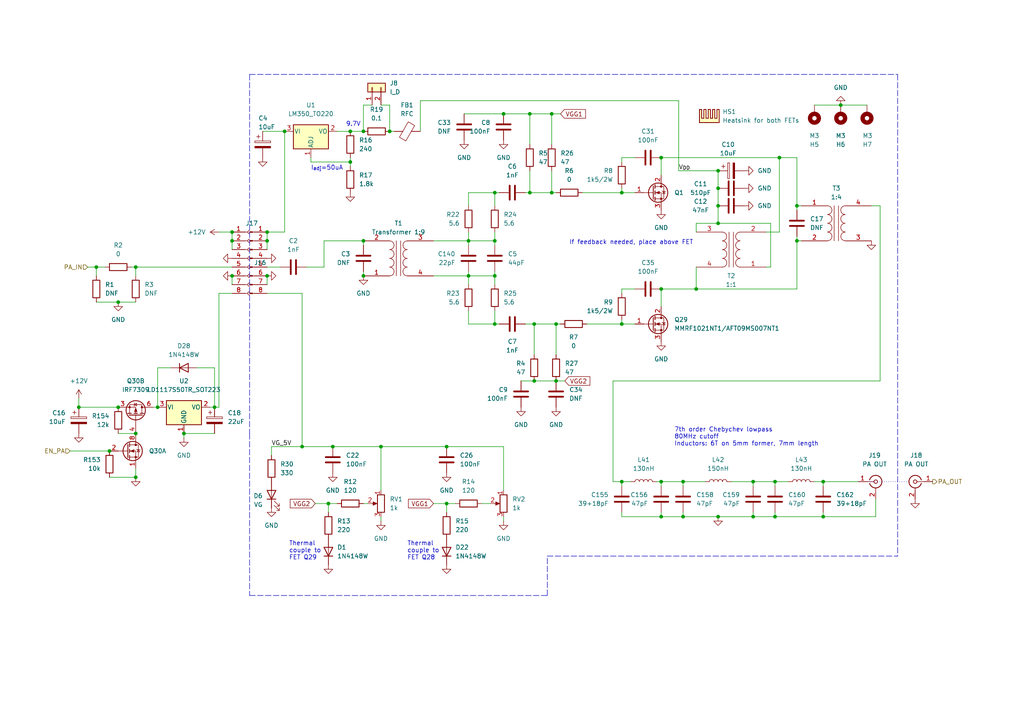
<source format=kicad_sch>
(kicad_sch (version 20211123) (generator eeschema)

  (uuid 23a5678d-f14a-42e0-9e0f-c58ad589532f)

  (paper "A4")

  (title_block
    (title "DART-70 TRX")
    (date "2023-02-24")
    (rev "0")
    (company "HB9EGM")
    (comment 1 "A 4m Band SSB/CW Transceiver")
    (comment 2 "Power Amplifier")
  )

  

  (junction (at 129.54 129.54) (diameter 0) (color 0 0 0 0)
    (uuid 00a9bf31-5693-48ee-843c-84ba7c1825e4)
  )
  (junction (at 67.31 67.31) (diameter 0) (color 0 0 0 0)
    (uuid 018be638-d71c-4d87-b73e-3b122c747273)
  )
  (junction (at 160.02 55.88) (diameter 0) (color 0 0 0 0)
    (uuid 0dc97b2b-98f5-4f81-a4b6-f10781d3b160)
  )
  (junction (at 67.31 69.85) (diameter 0) (color 0 0 0 0)
    (uuid 0f5d58d5-669d-4592-ae44-534ad7e7f3f2)
  )
  (junction (at 191.77 139.7) (diameter 0) (color 0 0 0 0)
    (uuid 1190286f-bc01-45d0-bdda-652501fac563)
  )
  (junction (at 198.12 149.86) (diameter 0) (color 0 0 0 0)
    (uuid 11b9d2e6-81c0-46e2-8e5c-4c9b4a487db1)
  )
  (junction (at 224.79 149.86) (diameter 0) (color 0 0 0 0)
    (uuid 169fe2ba-c49f-4563-b93a-0aa82b0e8f0e)
  )
  (junction (at 201.93 83.82) (diameter 0) (color 0 0 0 0)
    (uuid 1a55edc2-84ce-4698-afd0-ce89a8423090)
  )
  (junction (at 105.41 38.1) (diameter 0) (color 0 0 0 0)
    (uuid 1d61ae6b-82dc-4a56-86ce-44a7fce84cf1)
  )
  (junction (at 231.14 59.69) (diameter 0) (color 0 0 0 0)
    (uuid 201640bb-e925-4d5c-b471-ab56b7f38c54)
  )
  (junction (at 31.75 130.81) (diameter 0) (color 0 0 0 0)
    (uuid 20532f55-6ca5-4db1-8122-d066a5deca97)
  )
  (junction (at 153.67 33.02) (diameter 0) (color 0 0 0 0)
    (uuid 29193f5d-7841-48f5-b586-96cbee5a07d5)
  )
  (junction (at 208.28 149.86) (diameter 0) (color 0 0 0 0)
    (uuid 2944e809-bf47-4b81-b200-121289761ed1)
  )
  (junction (at 39.37 138.43) (diameter 0) (color 0 0 0 0)
    (uuid 29bc49ce-d5f6-4546-b475-0b8d826019c7)
  )
  (junction (at 146.05 33.02) (diameter 0) (color 0 0 0 0)
    (uuid 2ca32adb-9047-4d23-898b-48d94f451fa2)
  )
  (junction (at 180.34 55.88) (diameter 0) (color 0 0 0 0)
    (uuid 349a4eb3-deb0-4994-ba0a-e23a91346992)
  )
  (junction (at 53.34 125.73) (diameter 0) (color 0 0 0 0)
    (uuid 34ad9104-4aec-413d-8c0e-1fe64bf95c79)
  )
  (junction (at 243.84 30.48) (diameter 0) (color 0 0 0 0)
    (uuid 37a9d731-529c-4097-bc66-1496ee02dbe0)
  )
  (junction (at 45.72 118.11) (diameter 0) (color 0 0 0 0)
    (uuid 395bc9b2-3458-4ad4-a468-e0a11f8351a6)
  )
  (junction (at 39.37 77.47) (diameter 0) (color 0 0 0 0)
    (uuid 3bc6f319-45d9-4d92-b709-150dc296e3e3)
  )
  (junction (at 160.02 33.02) (diameter 0) (color 0 0 0 0)
    (uuid 3d76d0aa-ffaf-4e0f-acb3-7daa2c08fd90)
  )
  (junction (at 129.54 146.05) (diameter 0) (color 0 0 0 0)
    (uuid 45343804-2488-4c7a-870d-8b6266de79aa)
  )
  (junction (at 226.06 45.72) (diameter 0) (color 0 0 0 0)
    (uuid 45d25079-49ba-42d3-8214-a17f1366934f)
  )
  (junction (at 191.77 83.82) (diameter 0) (color 0 0 0 0)
    (uuid 46c78ed4-4614-483b-9e27-b81dc59bfb52)
  )
  (junction (at 231.14 69.85) (diameter 0) (color 0 0 0 0)
    (uuid 4865f11e-4bbd-4ae9-98c0-17c1475ebd21)
  )
  (junction (at 143.51 55.88) (diameter 0) (color 0 0 0 0)
    (uuid 4aadce6a-d50b-45f8-a033-dcc4bea52391)
  )
  (junction (at 105.41 80.01) (diameter 0) (color 0 0 0 0)
    (uuid 52218bfd-5195-423d-844f-6feace98a85b)
  )
  (junction (at 180.34 93.98) (diameter 0) (color 0 0 0 0)
    (uuid 65437939-d9c1-47fd-a1ae-2e641394a26e)
  )
  (junction (at 22.86 118.11) (diameter 0) (color 0 0 0 0)
    (uuid 7629175d-ae1a-4764-9a83-e91cb21c21ea)
  )
  (junction (at 95.25 146.05) (diameter 0) (color 0 0 0 0)
    (uuid 770e41a4-5ec0-4019-8763-111e9fe1283d)
  )
  (junction (at 143.51 80.01) (diameter 0) (color 0 0 0 0)
    (uuid 7b948514-a138-4a94-8e43-f8181fa36a07)
  )
  (junction (at 113.03 38.1) (diameter 0) (color 0 0 0 0)
    (uuid 7bc21d1a-16a9-4ef3-a553-9065bc06ee3c)
  )
  (junction (at 154.94 93.98) (diameter 0) (color 0 0 0 0)
    (uuid 7f2796bf-e1d4-4110-8d8b-0ff6bda985a3)
  )
  (junction (at 67.31 80.01) (diameter 0) (color 0 0 0 0)
    (uuid 7f5b2f73-5703-4ef7-b1fa-563f3476def3)
  )
  (junction (at 224.79 139.7) (diameter 0) (color 0 0 0 0)
    (uuid 8402d871-5523-4a16-8c07-99d580102bc0)
  )
  (junction (at 87.63 129.54) (diameter 0) (color 0 0 0 0)
    (uuid 9117f8c0-7c27-49fc-8a32-89061d5b49d9)
  )
  (junction (at 77.47 67.31) (diameter 0) (color 0 0 0 0)
    (uuid 91d168d1-4d25-40ba-ae55-15415c655fcf)
  )
  (junction (at 135.89 80.01) (diameter 0) (color 0 0 0 0)
    (uuid 95c732e9-37db-43be-b499-c30c57b0e1f7)
  )
  (junction (at 34.29 87.63) (diameter 0) (color 0 0 0 0)
    (uuid 95e609b4-aa85-4f15-97bd-4cb457f32c03)
  )
  (junction (at 191.77 45.72) (diameter 0) (color 0 0 0 0)
    (uuid 97552ee1-af94-4c94-b682-b34119d67275)
  )
  (junction (at 218.44 139.7) (diameter 0) (color 0 0 0 0)
    (uuid 995fd178-17d6-4d3e-8acb-8d785bd5fffc)
  )
  (junction (at 208.28 54.61) (diameter 0) (color 0 0 0 0)
    (uuid 9ac767e8-7860-41f7-a6dc-022dbbfe978f)
  )
  (junction (at 143.51 93.98) (diameter 0) (color 0 0 0 0)
    (uuid 9c1a8aa3-6f62-43d5-bf56-ac00d5c99775)
  )
  (junction (at 198.12 139.7) (diameter 0) (color 0 0 0 0)
    (uuid a0407873-4bbd-4776-aa5f-665b3c08936c)
  )
  (junction (at 77.47 80.01) (diameter 0) (color 0 0 0 0)
    (uuid a7a2a279-d40f-4587-bec9-d4d3067b13e5)
  )
  (junction (at 153.67 55.88) (diameter 0) (color 0 0 0 0)
    (uuid aa89c5af-af25-49c1-96f4-06c6ce91f19e)
  )
  (junction (at 101.6 46.99) (diameter 0) (color 0 0 0 0)
    (uuid af091ba7-4a6d-498e-bd0b-14fda6edf260)
  )
  (junction (at 154.94 110.49) (diameter 0) (color 0 0 0 0)
    (uuid ba04cb58-9776-456e-90eb-494c877d5ce7)
  )
  (junction (at 208.28 59.69) (diameter 0) (color 0 0 0 0)
    (uuid ba431773-10fb-4d16-9ba2-eb6fd3c285b4)
  )
  (junction (at 218.44 149.86) (diameter 0) (color 0 0 0 0)
    (uuid bd70a2e0-a82f-4de4-a0fa-3e489255ccd2)
  )
  (junction (at 34.29 118.11) (diameter 0) (color 0 0 0 0)
    (uuid be1784a6-59d6-4cde-9c33-90a6012ea93e)
  )
  (junction (at 191.77 149.86) (diameter 0) (color 0 0 0 0)
    (uuid bfe16a13-83ef-4525-9238-87977c9e0324)
  )
  (junction (at 105.41 69.85) (diameter 0) (color 0 0 0 0)
    (uuid c1812bca-1a73-4f18-9a33-1b204224d02a)
  )
  (junction (at 208.28 64.77) (diameter 0) (color 0 0 0 0)
    (uuid c4c8dc22-30cb-4ab5-9ea7-ce681435a526)
  )
  (junction (at 77.47 69.85) (diameter 0) (color 0 0 0 0)
    (uuid ce5230a8-798d-481b-92d7-62613f234a9f)
  )
  (junction (at 208.28 49.53) (diameter 0) (color 0 0 0 0)
    (uuid ce67e4fa-a993-4a9d-853a-c16f4292267a)
  )
  (junction (at 238.76 149.86) (diameter 0) (color 0 0 0 0)
    (uuid d6aa82f3-1581-4e28-9aa5-df659b8e8178)
  )
  (junction (at 161.29 110.49) (diameter 0) (color 0 0 0 0)
    (uuid da475678-1d3f-412b-b97e-fcd878ddc967)
  )
  (junction (at 82.55 38.1) (diameter 0) (color 0 0 0 0)
    (uuid de4a013d-057c-4526-b3ee-b7119435e384)
  )
  (junction (at 62.23 118.11) (diameter 0) (color 0 0 0 0)
    (uuid deafc291-0fe3-4cfb-914a-c34a72d0d21a)
  )
  (junction (at 27.94 77.47) (diameter 0) (color 0 0 0 0)
    (uuid e09d4217-9b5f-4cf8-8963-de289c5f1d23)
  )
  (junction (at 101.6 38.1) (diameter 0) (color 0 0 0 0)
    (uuid e1ae65fb-5d8e-4707-a860-4099b5b12f92)
  )
  (junction (at 96.52 129.54) (diameter 0) (color 0 0 0 0)
    (uuid e4589850-a03e-4f46-9ea8-63c370df9c6c)
  )
  (junction (at 143.51 69.85) (diameter 0) (color 0 0 0 0)
    (uuid e99cd3cb-eecd-48de-8dac-f3583e9ee5aa)
  )
  (junction (at 180.34 139.7) (diameter 0) (color 0 0 0 0)
    (uuid f1f0fc3f-3df6-42a9-bad0-ae1a97ab3dd1)
  )
  (junction (at 39.37 125.73) (diameter 0) (color 0 0 0 0)
    (uuid f5a60bd5-1c34-47ca-8ecb-aa99fd3fc492)
  )
  (junction (at 238.76 139.7) (diameter 0) (color 0 0 0 0)
    (uuid f95b6c97-e71d-442c-ab28-687f0c1b2ecd)
  )
  (junction (at 161.29 93.98) (diameter 0) (color 0 0 0 0)
    (uuid fa77d425-d7f6-4c77-9f7d-bb18f02e72f6)
  )
  (junction (at 110.49 129.54) (diameter 0) (color 0 0 0 0)
    (uuid fc158e7b-4b67-4dbc-8bc0-b32dabb0353c)
  )
  (junction (at 135.89 69.85) (diameter 0) (color 0 0 0 0)
    (uuid fd4faf0a-37e9-4552-8fd5-5779c63690e1)
  )

  (wire (pts (xy 160.02 41.91) (xy 160.02 33.02))
    (stroke (width 0) (type default) (color 0 0 0 0))
    (uuid 003766df-760d-4945-aead-fd459cf2cc7e)
  )
  (wire (pts (xy 238.76 148.59) (xy 238.76 149.86))
    (stroke (width 0) (type default) (color 0 0 0 0))
    (uuid 00b03189-3640-4f86-a383-2e455c33fb42)
  )
  (wire (pts (xy 191.77 139.7) (xy 198.12 139.7))
    (stroke (width 0) (type default) (color 0 0 0 0))
    (uuid 01303a8c-cc11-400c-8bb1-9c7a6554cd45)
  )
  (wire (pts (xy 153.67 55.88) (xy 153.67 49.53))
    (stroke (width 0) (type default) (color 0 0 0 0))
    (uuid 01cd1a32-53d4-480c-a184-d16eda8ee96e)
  )
  (wire (pts (xy 222.25 67.31) (xy 226.06 67.31))
    (stroke (width 0) (type default) (color 0 0 0 0))
    (uuid 0213fd9f-9172-4644-aa96-b68d556aae75)
  )
  (wire (pts (xy 143.51 67.31) (xy 143.51 69.85))
    (stroke (width 0) (type default) (color 0 0 0 0))
    (uuid 05bd47c1-4917-4b79-bd80-c7e5e8dd13c8)
  )
  (wire (pts (xy 180.34 140.97) (xy 180.34 139.7))
    (stroke (width 0) (type default) (color 0 0 0 0))
    (uuid 05c4acf2-1aea-4e36-a39b-8de69c211c79)
  )
  (wire (pts (xy 93.98 77.47) (xy 93.98 69.85))
    (stroke (width 0) (type default) (color 0 0 0 0))
    (uuid 08da3a2b-c17b-44c3-a933-0280f33f01b4)
  )
  (wire (pts (xy 125.73 69.85) (xy 135.89 69.85))
    (stroke (width 0) (type default) (color 0 0 0 0))
    (uuid 090a5550-aaf0-4baa-93d5-0e07d425691a)
  )
  (wire (pts (xy 135.89 78.74) (xy 135.89 80.01))
    (stroke (width 0) (type default) (color 0 0 0 0))
    (uuid 090e8cfd-ba33-4d7d-9c81-3debb551627b)
  )
  (wire (pts (xy 135.89 82.55) (xy 135.89 80.01))
    (stroke (width 0) (type default) (color 0 0 0 0))
    (uuid 0c403a72-1507-400c-bcf9-bdea8d77da0c)
  )
  (wire (pts (xy 161.29 93.98) (xy 154.94 93.98))
    (stroke (width 0) (type default) (color 0 0 0 0))
    (uuid 0c62e9e2-99ea-4b9f-a93d-d3265a59ccc4)
  )
  (wire (pts (xy 143.51 82.55) (xy 143.51 80.01))
    (stroke (width 0) (type default) (color 0 0 0 0))
    (uuid 0db8d2aa-1710-4582-b3d9-cb71117f3069)
  )
  (polyline (pts (xy 72.39 125.73) (xy 72.39 172.72))
    (stroke (width 0) (type default) (color 0 0 0 0))
    (uuid 0e97a1c7-a3b0-49a1-b55a-a05eb846150e)
  )

  (wire (pts (xy 201.93 77.47) (xy 201.93 83.82))
    (stroke (width 0) (type default) (color 0 0 0 0))
    (uuid 117e449a-10cc-40db-a294-4fa340a9cac0)
  )
  (wire (pts (xy 198.12 148.59) (xy 198.12 149.86))
    (stroke (width 0) (type default) (color 0 0 0 0))
    (uuid 129d98eb-7dcb-4630-a22b-2b23e8fcd745)
  )
  (wire (pts (xy 180.34 83.82) (xy 184.15 83.82))
    (stroke (width 0) (type default) (color 0 0 0 0))
    (uuid 15279dd8-9bd1-48fc-9f70-e7f93e55299a)
  )
  (wire (pts (xy 218.44 148.59) (xy 218.44 149.86))
    (stroke (width 0) (type default) (color 0 0 0 0))
    (uuid 176a64d2-c693-4d78-ab17-fc4d752dc7bf)
  )
  (wire (pts (xy 144.78 55.88) (xy 143.51 55.88))
    (stroke (width 0) (type default) (color 0 0 0 0))
    (uuid 190cb8c5-8a7f-4df3-af19-907585046dea)
  )
  (wire (pts (xy 129.54 146.05) (xy 132.08 146.05))
    (stroke (width 0) (type default) (color 0 0 0 0))
    (uuid 1941097c-3dde-477c-9880-5f4a67beef11)
  )
  (wire (pts (xy 88.9 77.47) (xy 93.98 77.47))
    (stroke (width 0) (type default) (color 0 0 0 0))
    (uuid 1bb0e012-00ba-4f66-98d9-e0c61b08d886)
  )
  (wire (pts (xy 60.96 118.11) (xy 62.23 118.11))
    (stroke (width 0) (type default) (color 0 0 0 0))
    (uuid 1de018d4-5c44-4308-83e7-3cd467a0df2c)
  )
  (wire (pts (xy 191.77 83.82) (xy 201.93 83.82))
    (stroke (width 0) (type default) (color 0 0 0 0))
    (uuid 1e0ac3bd-2032-4a66-a210-cf54c4394e90)
  )
  (polyline (pts (xy 260.35 21.59) (xy 260.35 161.29))
    (stroke (width 0) (type default) (color 0 0 0 0))
    (uuid 1e42598a-f528-4ed6-adc9-5d49f8a54068)
  )

  (wire (pts (xy 160.02 55.88) (xy 161.29 55.88))
    (stroke (width 0) (type default) (color 0 0 0 0))
    (uuid 1fc99f89-a9e3-40d0-a00e-00b942f68fbe)
  )
  (wire (pts (xy 67.31 72.39) (xy 67.31 69.85))
    (stroke (width 0) (type default) (color 0 0 0 0))
    (uuid 20c49d41-bbed-4fd7-871e-c8cda9b70919)
  )
  (wire (pts (xy 238.76 139.7) (xy 248.92 139.7))
    (stroke (width 0) (type default) (color 0 0 0 0))
    (uuid 20e91198-3a81-4bb2-883d-67438d536dfb)
  )
  (wire (pts (xy 180.34 149.86) (xy 180.34 148.59))
    (stroke (width 0) (type default) (color 0 0 0 0))
    (uuid 22495173-2d45-4f6f-9abc-6c550a9ad708)
  )
  (wire (pts (xy 20.32 130.81) (xy 31.75 130.81))
    (stroke (width 0) (type default) (color 0 0 0 0))
    (uuid 244cb991-83cb-471e-802b-24c925680851)
  )
  (wire (pts (xy 146.05 142.24) (xy 146.05 129.54))
    (stroke (width 0) (type default) (color 0 0 0 0))
    (uuid 244ff2bc-70e5-4e35-bfb2-a65f8b5dba01)
  )
  (wire (pts (xy 231.14 68.58) (xy 231.14 69.85))
    (stroke (width 0) (type default) (color 0 0 0 0))
    (uuid 2498ff12-ed26-4ee2-a8eb-6bcc5369ccfa)
  )
  (wire (pts (xy 168.91 55.88) (xy 180.34 55.88))
    (stroke (width 0) (type default) (color 0 0 0 0))
    (uuid 275deabf-8009-409b-b4ac-41d9bed031f8)
  )
  (wire (pts (xy 154.94 110.49) (xy 161.29 110.49))
    (stroke (width 0) (type default) (color 0 0 0 0))
    (uuid 27dce1e3-d97e-42b2-835a-51f963345258)
  )
  (wire (pts (xy 201.93 64.77) (xy 201.93 67.31))
    (stroke (width 0) (type default) (color 0 0 0 0))
    (uuid 287c2405-6913-4715-9df1-ff5ad9edb79a)
  )
  (wire (pts (xy 191.77 148.59) (xy 191.77 149.86))
    (stroke (width 0) (type default) (color 0 0 0 0))
    (uuid 2974f09b-e6b8-4064-b7aa-e536277a9dd1)
  )
  (wire (pts (xy 161.29 110.49) (xy 163.83 110.49))
    (stroke (width 0) (type default) (color 0 0 0 0))
    (uuid 2c9f3b73-c557-4d2a-9dd7-0487ea71ec0e)
  )
  (wire (pts (xy 153.67 41.91) (xy 153.67 33.02))
    (stroke (width 0) (type default) (color 0 0 0 0))
    (uuid 2dbf30dd-74ba-489b-bc21-50743495fd6e)
  )
  (wire (pts (xy 231.14 59.69) (xy 231.14 60.96))
    (stroke (width 0) (type default) (color 0 0 0 0))
    (uuid 314f8e04-4aa0-4bb5-827d-61a31e51db59)
  )
  (wire (pts (xy 34.29 125.73) (xy 39.37 125.73))
    (stroke (width 0) (type default) (color 0 0 0 0))
    (uuid 326d996d-3cfd-4380-aa75-da9dedb0ddb6)
  )
  (wire (pts (xy 110.49 30.48) (xy 113.03 30.48))
    (stroke (width 0) (type default) (color 0 0 0 0))
    (uuid 32b0485d-44e4-459e-b414-08683522870b)
  )
  (wire (pts (xy 77.47 67.31) (xy 77.47 69.85))
    (stroke (width 0) (type default) (color 0 0 0 0))
    (uuid 32e7b266-8a06-4afa-95ae-6cc7fd2c4682)
  )
  (wire (pts (xy 180.34 54.61) (xy 180.34 55.88))
    (stroke (width 0) (type default) (color 0 0 0 0))
    (uuid 3b137ae9-360e-432b-b9e1-c0db7be18a6f)
  )
  (wire (pts (xy 252.73 59.69) (xy 255.27 59.69))
    (stroke (width 0) (type default) (color 0 0 0 0))
    (uuid 3fa43fd5-1023-4d73-9454-49a58988d36d)
  )
  (wire (pts (xy 196.85 49.53) (xy 208.28 49.53))
    (stroke (width 0) (type default) (color 0 0 0 0))
    (uuid 410150c4-40fc-4943-abc9-82881f5d36d2)
  )
  (wire (pts (xy 198.12 149.86) (xy 191.77 149.86))
    (stroke (width 0) (type default) (color 0 0 0 0))
    (uuid 45d7483e-8114-4f8f-b539-62807589f130)
  )
  (wire (pts (xy 162.56 33.02) (xy 160.02 33.02))
    (stroke (width 0) (type default) (color 0 0 0 0))
    (uuid 46618fa5-0b3e-4206-965f-d2c1fa7fd544)
  )
  (wire (pts (xy 190.5 139.7) (xy 191.77 139.7))
    (stroke (width 0) (type default) (color 0 0 0 0))
    (uuid 46ccb03d-9859-4d39-a84e-de35f474656d)
  )
  (wire (pts (xy 224.79 139.7) (xy 218.44 139.7))
    (stroke (width 0) (type default) (color 0 0 0 0))
    (uuid 47431c99-b3b4-40b7-9c3c-b504fe7f80ad)
  )
  (wire (pts (xy 238.76 139.7) (xy 238.76 140.97))
    (stroke (width 0) (type default) (color 0 0 0 0))
    (uuid 4836d259-bca8-4757-a2e4-0014edd49bee)
  )
  (wire (pts (xy 39.37 135.89) (xy 39.37 138.43))
    (stroke (width 0) (type default) (color 0 0 0 0))
    (uuid 49117d96-ecd5-4c4c-867f-fba2a373e768)
  )
  (polyline (pts (xy 72.39 172.72) (xy 158.75 172.72))
    (stroke (width 0) (type default) (color 0 0 0 0))
    (uuid 4ae5fbc9-eb99-4e4e-8086-7665b8159a43)
  )

  (wire (pts (xy 135.89 55.88) (xy 143.51 55.88))
    (stroke (width 0) (type default) (color 0 0 0 0))
    (uuid 4c1800c2-8348-464f-9f96-c07e927f3b27)
  )
  (wire (pts (xy 39.37 77.47) (xy 67.31 77.47))
    (stroke (width 0) (type default) (color 0 0 0 0))
    (uuid 4f28f9c8-885b-461f-99ce-9e467196f1b9)
  )
  (wire (pts (xy 135.89 69.85) (xy 135.89 71.12))
    (stroke (width 0) (type default) (color 0 0 0 0))
    (uuid 4f6eb515-be7f-47aa-980d-105f546479e2)
  )
  (wire (pts (xy 143.51 69.85) (xy 135.89 69.85))
    (stroke (width 0) (type default) (color 0 0 0 0))
    (uuid 50a21b5d-899a-44a0-996e-051d02331b9b)
  )
  (wire (pts (xy 25.4 77.47) (xy 27.94 77.47))
    (stroke (width 0) (type default) (color 0 0 0 0))
    (uuid 50ee2088-c749-44b7-9441-ded0f956dbfb)
  )
  (wire (pts (xy 222.25 77.47) (xy 223.52 77.47))
    (stroke (width 0) (type default) (color 0 0 0 0))
    (uuid 517f26e5-18d4-43ac-972a-ba2567992a0c)
  )
  (wire (pts (xy 63.5 118.11) (xy 62.23 118.11))
    (stroke (width 0) (type default) (color 0 0 0 0))
    (uuid 526cf808-e002-43dd-a0e0-44a3396fee16)
  )
  (wire (pts (xy 39.37 80.01) (xy 39.37 77.47))
    (stroke (width 0) (type default) (color 0 0 0 0))
    (uuid 529d787f-495b-411a-9099-24f01e97f4fb)
  )
  (wire (pts (xy 27.94 77.47) (xy 30.48 77.47))
    (stroke (width 0) (type default) (color 0 0 0 0))
    (uuid 54dc5336-21a7-449e-8921-31bd50e0dd34)
  )
  (wire (pts (xy 153.67 33.02) (xy 146.05 33.02))
    (stroke (width 0) (type default) (color 0 0 0 0))
    (uuid 5534ba7b-e05c-441b-ab61-b44786c0cc7f)
  )
  (wire (pts (xy 77.47 85.09) (xy 87.63 85.09))
    (stroke (width 0) (type default) (color 0 0 0 0))
    (uuid 5bc7df61-b1cd-4588-856d-8c6fb4871ca2)
  )
  (wire (pts (xy 90.17 46.99) (xy 101.6 46.99))
    (stroke (width 0) (type default) (color 0 0 0 0))
    (uuid 5d504083-b2cb-4825-8a1c-f090158440ad)
  )
  (wire (pts (xy 62.23 106.68) (xy 57.15 106.68))
    (stroke (width 0) (type default) (color 0 0 0 0))
    (uuid 5dea8c98-c3fa-4feb-b6cc-516656233175)
  )
  (wire (pts (xy 191.77 139.7) (xy 191.77 140.97))
    (stroke (width 0) (type default) (color 0 0 0 0))
    (uuid 5e519133-39e0-4d9c-923a-654d70e785ea)
  )
  (wire (pts (xy 143.51 78.74) (xy 143.51 80.01))
    (stroke (width 0) (type default) (color 0 0 0 0))
    (uuid 5e72ac5c-c90a-41fa-9dba-d1d47974ec35)
  )
  (wire (pts (xy 218.44 149.86) (xy 208.28 149.86))
    (stroke (width 0) (type default) (color 0 0 0 0))
    (uuid 5f190653-6f70-4988-87e8-9b7db66d156d)
  )
  (wire (pts (xy 39.37 138.43) (xy 31.75 138.43))
    (stroke (width 0) (type default) (color 0 0 0 0))
    (uuid 617393ff-8ed2-4078-9ede-235bd1227e24)
  )
  (wire (pts (xy 76.2 38.1) (xy 82.55 38.1))
    (stroke (width 0) (type default) (color 0 0 0 0))
    (uuid 62583d4b-9427-440d-8327-f9d7d21d09cb)
  )
  (wire (pts (xy 77.47 77.47) (xy 81.28 77.47))
    (stroke (width 0) (type default) (color 0 0 0 0))
    (uuid 62c70670-1334-4513-905b-69fd3f256c43)
  )
  (wire (pts (xy 90.17 46.99) (xy 90.17 45.72))
    (stroke (width 0) (type default) (color 0 0 0 0))
    (uuid 63065ccc-6177-47a4-ba4b-dac35da23d54)
  )
  (wire (pts (xy 34.29 87.63) (xy 27.94 87.63))
    (stroke (width 0) (type default) (color 0 0 0 0))
    (uuid 658c1d04-d8a4-4581-8808-91199da32b7a)
  )
  (polyline (pts (xy 158.75 172.72) (xy 158.75 161.29))
    (stroke (width 0) (type default) (color 0 0 0 0))
    (uuid 66b07fde-6cd4-4b98-a500-29e68bc48a26)
  )

  (wire (pts (xy 228.6 139.7) (xy 224.79 139.7))
    (stroke (width 0) (type default) (color 0 0 0 0))
    (uuid 66b2dc35-2265-403a-99d6-443630d9bc0d)
  )
  (wire (pts (xy 97.79 38.1) (xy 101.6 38.1))
    (stroke (width 0) (type default) (color 0 0 0 0))
    (uuid 67b7572b-8850-4da4-abc8-6a9a95c24196)
  )
  (wire (pts (xy 110.49 129.54) (xy 129.54 129.54))
    (stroke (width 0) (type default) (color 0 0 0 0))
    (uuid 69fd6a37-2951-4523-be53-b297b12a3d30)
  )
  (wire (pts (xy 39.37 87.63) (xy 34.29 87.63))
    (stroke (width 0) (type default) (color 0 0 0 0))
    (uuid 6b19a571-91ba-4d1a-8b96-09d23dc9b0fd)
  )
  (wire (pts (xy 129.54 148.59) (xy 129.54 146.05))
    (stroke (width 0) (type default) (color 0 0 0 0))
    (uuid 6d9b2be2-0946-43d9-ae46-71aefe8a5f39)
  )
  (wire (pts (xy 160.02 33.02) (xy 153.67 33.02))
    (stroke (width 0) (type default) (color 0 0 0 0))
    (uuid 6e8528c7-721a-4a9d-91ba-2bed867380fd)
  )
  (wire (pts (xy 93.98 69.85) (xy 105.41 69.85))
    (stroke (width 0) (type default) (color 0 0 0 0))
    (uuid 700aab51-599c-46ef-ab05-ba582df59faf)
  )
  (wire (pts (xy 77.47 67.31) (xy 82.55 67.31))
    (stroke (width 0) (type default) (color 0 0 0 0))
    (uuid 708f55ca-b0b2-4950-ad4c-df6179f30406)
  )
  (wire (pts (xy 208.28 149.86) (xy 198.12 149.86))
    (stroke (width 0) (type default) (color 0 0 0 0))
    (uuid 72a4a520-5e37-46e3-b69d-c3460e9f221c)
  )
  (wire (pts (xy 143.51 55.88) (xy 143.51 59.69))
    (stroke (width 0) (type default) (color 0 0 0 0))
    (uuid 747d6f52-cc08-417b-84fa-68d19b5edf1f)
  )
  (wire (pts (xy 218.44 139.7) (xy 218.44 140.97))
    (stroke (width 0) (type default) (color 0 0 0 0))
    (uuid 74880265-f9ea-4dec-ae40-354f181a1e44)
  )
  (wire (pts (xy 196.85 29.21) (xy 196.85 49.53))
    (stroke (width 0) (type default) (color 0 0 0 0))
    (uuid 7515cca1-e4ed-4308-8959-2cb96cb486bc)
  )
  (wire (pts (xy 113.03 38.1) (xy 113.03 30.48))
    (stroke (width 0) (type default) (color 0 0 0 0))
    (uuid 77391e29-ecc1-42ae-956b-82e3188fdad6)
  )
  (wire (pts (xy 191.77 50.8) (xy 191.77 45.72))
    (stroke (width 0) (type default) (color 0 0 0 0))
    (uuid 786e1d5b-e1c9-4d32-83e4-8256769342db)
  )
  (wire (pts (xy 218.44 139.7) (xy 212.09 139.7))
    (stroke (width 0) (type default) (color 0 0 0 0))
    (uuid 792dcaf8-ca00-40d9-b156-266fa951bd81)
  )
  (wire (pts (xy 143.51 80.01) (xy 135.89 80.01))
    (stroke (width 0) (type default) (color 0 0 0 0))
    (uuid 794dc39d-8571-437d-b869-222991e444b8)
  )
  (wire (pts (xy 110.49 142.24) (xy 110.49 129.54))
    (stroke (width 0) (type default) (color 0 0 0 0))
    (uuid 7b76a79d-41f9-41dc-b73d-561e451cfaf8)
  )
  (wire (pts (xy 95.25 148.59) (xy 95.25 146.05))
    (stroke (width 0) (type default) (color 0 0 0 0))
    (uuid 7b82c39d-7156-424b-89fa-48e5324ac466)
  )
  (wire (pts (xy 161.29 102.87) (xy 161.29 93.98))
    (stroke (width 0) (type default) (color 0 0 0 0))
    (uuid 7cbcca09-f051-4a6a-a573-518f6f3e8480)
  )
  (wire (pts (xy 238.76 149.86) (xy 224.79 149.86))
    (stroke (width 0) (type default) (color 0 0 0 0))
    (uuid 7cdac423-7c51-49f3-8be3-e2a9f7758c95)
  )
  (wire (pts (xy 105.41 78.74) (xy 105.41 80.01))
    (stroke (width 0) (type default) (color 0 0 0 0))
    (uuid 7d681d34-4bc5-4be1-a8cb-4db186ab9108)
  )
  (wire (pts (xy 177.8 110.49) (xy 177.8 139.7))
    (stroke (width 0) (type default) (color 0 0 0 0))
    (uuid 7e4b5443-42d5-428f-a8ff-0fa62039fc20)
  )
  (wire (pts (xy 82.55 38.1) (xy 82.55 67.31))
    (stroke (width 0) (type default) (color 0 0 0 0))
    (uuid 7f503ee2-5760-4fc4-b83b-6c6a12238600)
  )
  (wire (pts (xy 224.79 139.7) (xy 224.79 140.97))
    (stroke (width 0) (type default) (color 0 0 0 0))
    (uuid 7fb6fe3c-7427-4aad-825b-24b65566f507)
  )
  (wire (pts (xy 38.1 77.47) (xy 39.37 77.47))
    (stroke (width 0) (type default) (color 0 0 0 0))
    (uuid 81351d0b-a4b5-4cb4-9ae9-f79698997dc6)
  )
  (wire (pts (xy 135.89 59.69) (xy 135.89 55.88))
    (stroke (width 0) (type default) (color 0 0 0 0))
    (uuid 81640ccb-bb6f-4ca3-80a2-35618e8e087b)
  )
  (wire (pts (xy 67.31 69.85) (xy 67.31 67.31))
    (stroke (width 0) (type default) (color 0 0 0 0))
    (uuid 823ff746-3dfe-4ad2-ae79-b99365815b3b)
  )
  (polyline (pts (xy 72.39 21.59) (xy 260.35 21.59))
    (stroke (width 0) (type default) (color 0 0 0 0))
    (uuid 8398d6da-a6bc-43eb-be8d-a0a5e6cd131a)
  )

  (wire (pts (xy 63.5 67.31) (xy 67.31 67.31))
    (stroke (width 0) (type default) (color 0 0 0 0))
    (uuid 83a62204-8d92-4968-9472-359242aa63b5)
  )
  (wire (pts (xy 113.03 38.1) (xy 114.3 38.1))
    (stroke (width 0) (type default) (color 0 0 0 0))
    (uuid 8662e2bc-5e18-4d27-8e41-16580368082b)
  )
  (wire (pts (xy 151.13 110.49) (xy 154.94 110.49))
    (stroke (width 0) (type default) (color 0 0 0 0))
    (uuid 8ac4c920-c88a-456c-8ad1-b60beb0e620f)
  )
  (wire (pts (xy 243.84 30.48) (xy 251.46 30.48))
    (stroke (width 0) (type default) (color 0 0 0 0))
    (uuid 8cd234e5-8d99-4783-8e6c-debdf540bc71)
  )
  (wire (pts (xy 44.45 118.11) (xy 45.72 118.11))
    (stroke (width 0) (type default) (color 0 0 0 0))
    (uuid 8ce64de9-e53d-4317-9ac8-b1f664a4aabd)
  )
  (wire (pts (xy 87.63 85.09) (xy 87.63 129.54))
    (stroke (width 0) (type default) (color 0 0 0 0))
    (uuid 8ec295a0-e8aa-4d08-9ad2-7e3be5901bb0)
  )
  (wire (pts (xy 146.05 151.13) (xy 146.05 149.86))
    (stroke (width 0) (type default) (color 0 0 0 0))
    (uuid 8f0d94cb-7dce-4f8d-b241-565acfd7242c)
  )
  (wire (pts (xy 135.89 67.31) (xy 135.89 69.85))
    (stroke (width 0) (type default) (color 0 0 0 0))
    (uuid 8f25b4cf-19a6-4cfc-8247-405e6fad837e)
  )
  (wire (pts (xy 53.34 125.73) (xy 62.23 125.73))
    (stroke (width 0) (type default) (color 0 0 0 0))
    (uuid 8fbf2c38-2aff-4578-b034-e4158cdc80fc)
  )
  (wire (pts (xy 49.53 106.68) (xy 45.72 106.68))
    (stroke (width 0) (type default) (color 0 0 0 0))
    (uuid 94cc383e-941c-44b6-80db-8f4ce12601c4)
  )
  (wire (pts (xy 226.06 67.31) (xy 226.06 45.72))
    (stroke (width 0) (type default) (color 0 0 0 0))
    (uuid 961f2f48-5823-4672-9657-6b8a54100496)
  )
  (wire (pts (xy 180.34 92.71) (xy 180.34 93.98))
    (stroke (width 0) (type default) (color 0 0 0 0))
    (uuid 97156354-f4ae-4c61-9b61-c67f6e42daa4)
  )
  (wire (pts (xy 63.5 85.09) (xy 67.31 85.09))
    (stroke (width 0) (type default) (color 0 0 0 0))
    (uuid 97d7e6e9-0043-4e91-9baa-8fec2b65798f)
  )
  (wire (pts (xy 191.77 45.72) (xy 226.06 45.72))
    (stroke (width 0) (type default) (color 0 0 0 0))
    (uuid 98c89916-5912-4fa7-a8c4-45d1f47b949d)
  )
  (wire (pts (xy 255.27 110.49) (xy 177.8 110.49))
    (stroke (width 0) (type default) (color 0 0 0 0))
    (uuid 9a340e87-d305-43ce-9f87-636252cba83b)
  )
  (wire (pts (xy 45.72 106.68) (xy 45.72 118.11))
    (stroke (width 0) (type default) (color 0 0 0 0))
    (uuid 9c129c34-7c77-4e57-ba76-689d0a71870d)
  )
  (wire (pts (xy 63.5 85.09) (xy 63.5 118.11))
    (stroke (width 0) (type default) (color 0 0 0 0))
    (uuid 9c5b4ad7-76e8-40c4-8007-a8a8969bf371)
  )
  (wire (pts (xy 139.7 146.05) (xy 142.24 146.05))
    (stroke (width 0) (type default) (color 0 0 0 0))
    (uuid 9d368343-4950-4d34-b3a3-3301f02614b2)
  )
  (wire (pts (xy 95.25 146.05) (xy 91.44 146.05))
    (stroke (width 0) (type default) (color 0 0 0 0))
    (uuid 9ff1d0a3-4bda-4084-8c92-d9a3e9bd2097)
  )
  (wire (pts (xy 254 144.78) (xy 254 149.86))
    (stroke (width 0) (type default) (color 0 0 0 0))
    (uuid a03d083a-86d3-43fa-a5db-2ecd32926435)
  )
  (wire (pts (xy 180.34 45.72) (xy 184.15 45.72))
    (stroke (width 0) (type default) (color 0 0 0 0))
    (uuid a1a0fa87-9518-4e3a-8b85-983034295cf2)
  )
  (wire (pts (xy 143.51 71.12) (xy 143.51 69.85))
    (stroke (width 0) (type default) (color 0 0 0 0))
    (uuid a29c2a38-dbda-4d2b-b1e1-eb2b3491457e)
  )
  (wire (pts (xy 101.6 48.26) (xy 101.6 46.99))
    (stroke (width 0) (type default) (color 0 0 0 0))
    (uuid a2e25017-5257-4f53-9d03-d7f687ab6c0f)
  )
  (wire (pts (xy 255.27 59.69) (xy 255.27 110.49))
    (stroke (width 0) (type default) (color 0 0 0 0))
    (uuid a2e5b691-f77a-4583-8bea-441c4d2ce60e)
  )
  (wire (pts (xy 101.6 46.99) (xy 101.6 45.72))
    (stroke (width 0) (type default) (color 0 0 0 0))
    (uuid a329349b-ba39-4ef8-9a28-50bd5ac5c6d5)
  )
  (wire (pts (xy 135.89 93.98) (xy 135.89 90.17))
    (stroke (width 0) (type default) (color 0 0 0 0))
    (uuid a4b27e52-de6a-4049-9cca-f9f30d85d7f1)
  )
  (wire (pts (xy 77.47 69.85) (xy 77.47 72.39))
    (stroke (width 0) (type default) (color 0 0 0 0))
    (uuid a5d1d492-dfa3-4faa-882c-a328491eb033)
  )
  (wire (pts (xy 110.49 151.13) (xy 110.49 149.86))
    (stroke (width 0) (type default) (color 0 0 0 0))
    (uuid a6a1a43f-a88e-41c8-b880-7c537750051f)
  )
  (wire (pts (xy 180.34 55.88) (xy 184.15 55.88))
    (stroke (width 0) (type default) (color 0 0 0 0))
    (uuid aa29402a-e28d-4e6a-a91c-d53faac46ef5)
  )
  (wire (pts (xy 208.28 49.53) (xy 208.28 54.61))
    (stroke (width 0) (type default) (color 0 0 0 0))
    (uuid aaf3c0ed-76db-49b3-85a5-1a6f92e1d0b1)
  )
  (wire (pts (xy 231.14 69.85) (xy 232.41 69.85))
    (stroke (width 0) (type default) (color 0 0 0 0))
    (uuid ab60541a-70a7-4147-8087-07866b7f21be)
  )
  (wire (pts (xy 198.12 139.7) (xy 204.47 139.7))
    (stroke (width 0) (type default) (color 0 0 0 0))
    (uuid ad235f51-b06e-4d02-80dc-3c5ef34c01f0)
  )
  (wire (pts (xy 97.79 146.05) (xy 95.25 146.05))
    (stroke (width 0) (type default) (color 0 0 0 0))
    (uuid ad3a2dc9-0a41-421d-b005-d9e9940696fd)
  )
  (wire (pts (xy 180.34 93.98) (xy 184.15 93.98))
    (stroke (width 0) (type default) (color 0 0 0 0))
    (uuid aeaba250-61f2-4452-945f-e177f41b342c)
  )
  (wire (pts (xy 53.34 127) (xy 53.34 125.73))
    (stroke (width 0) (type default) (color 0 0 0 0))
    (uuid afd000de-1f79-43c7-805a-97033c02476f)
  )
  (wire (pts (xy 77.47 80.01) (xy 77.47 82.55))
    (stroke (width 0) (type default) (color 0 0 0 0))
    (uuid b0638642-906d-4721-afc4-2e70a0961498)
  )
  (wire (pts (xy 27.94 80.01) (xy 27.94 77.47))
    (stroke (width 0) (type default) (color 0 0 0 0))
    (uuid b17770b4-75d1-43d7-a9ee-47c7f821b104)
  )
  (wire (pts (xy 121.92 38.1) (xy 121.92 29.21))
    (stroke (width 0) (type default) (color 0 0 0 0))
    (uuid b269d51b-2f1d-42a9-ba9b-a602d888ef4b)
  )
  (wire (pts (xy 125.73 146.05) (xy 129.54 146.05))
    (stroke (width 0) (type default) (color 0 0 0 0))
    (uuid b3a9f299-9137-4c0e-8d78-b8c51677a919)
  )
  (wire (pts (xy 191.77 83.82) (xy 191.77 88.9))
    (stroke (width 0) (type default) (color 0 0 0 0))
    (uuid b4a67bed-e0d0-4a2b-ad95-50263ae29794)
  )
  (wire (pts (xy 153.67 55.88) (xy 160.02 55.88))
    (stroke (width 0) (type default) (color 0 0 0 0))
    (uuid b6024484-8c2a-42f3-977d-891690fbe6a6)
  )
  (wire (pts (xy 223.52 77.47) (xy 223.52 64.77))
    (stroke (width 0) (type default) (color 0 0 0 0))
    (uuid b6405e62-fe69-4e5e-bf39-a12d7be9fb00)
  )
  (wire (pts (xy 78.74 132.08) (xy 78.74 129.54))
    (stroke (width 0) (type default) (color 0 0 0 0))
    (uuid b808564d-4d59-4c8d-8645-9f64fee897ea)
  )
  (wire (pts (xy 154.94 102.87) (xy 154.94 93.98))
    (stroke (width 0) (type default) (color 0 0 0 0))
    (uuid bb75cd77-e810-43bd-b155-da62e8c644f7)
  )
  (wire (pts (xy 101.6 38.1) (xy 105.41 38.1))
    (stroke (width 0) (type default) (color 0 0 0 0))
    (uuid bec0ce44-3d2b-4c79-b5e8-74a5b945c66e)
  )
  (wire (pts (xy 22.86 115.57) (xy 22.86 118.11))
    (stroke (width 0) (type default) (color 0 0 0 0))
    (uuid bf7659ed-bc9f-491b-accb-3db8abf0f82a)
  )
  (wire (pts (xy 231.14 59.69) (xy 231.14 45.72))
    (stroke (width 0) (type default) (color 0 0 0 0))
    (uuid c136cc08-0a30-42be-ac73-b57040aa3d8f)
  )
  (wire (pts (xy 223.52 64.77) (xy 208.28 64.77))
    (stroke (width 0) (type default) (color 0 0 0 0))
    (uuid c45cd4a9-6d57-419f-b7e4-f2f6398e66f1)
  )
  (wire (pts (xy 254 149.86) (xy 238.76 149.86))
    (stroke (width 0) (type default) (color 0 0 0 0))
    (uuid c7401b61-6bdc-4e54-9145-3259d391c0b4)
  )
  (wire (pts (xy 198.12 140.97) (xy 198.12 139.7))
    (stroke (width 0) (type default) (color 0 0 0 0))
    (uuid c798b8fa-0a55-4e06-bca6-bad2d53d105b)
  )
  (wire (pts (xy 154.94 93.98) (xy 152.4 93.98))
    (stroke (width 0) (type default) (color 0 0 0 0))
    (uuid c9c94256-b0e2-41d0-a6ac-8d3574e6f0f9)
  )
  (wire (pts (xy 87.63 129.54) (xy 96.52 129.54))
    (stroke (width 0) (type default) (color 0 0 0 0))
    (uuid cad596e5-4e33-4e48-b52a-041b51bac332)
  )
  (wire (pts (xy 162.56 93.98) (xy 161.29 93.98))
    (stroke (width 0) (type default) (color 0 0 0 0))
    (uuid caef4be8-1584-43bd-a128-f71411000238)
  )
  (polyline (pts (xy 158.75 161.29) (xy 260.35 161.29))
    (stroke (width 0) (type default) (color 0 0 0 0))
    (uuid cb92ffa3-9da8-4c51-bf02-e9c5d63c50e0)
  )
  (polyline (pts (xy 72.39 21.59) (xy 72.39 125.73))
    (stroke (width 0) (type default) (color 0 0 0 0))
    (uuid cbf11394-fc96-4418-a6f6-f186e5712833)
  )

  (wire (pts (xy 22.86 118.11) (xy 34.29 118.11))
    (stroke (width 0) (type default) (color 0 0 0 0))
    (uuid ccfed1e0-71a4-467e-9f13-8aea53138931)
  )
  (wire (pts (xy 231.14 83.82) (xy 231.14 69.85))
    (stroke (width 0) (type default) (color 0 0 0 0))
    (uuid cd52488a-d219-462f-b0e3-ccadbd95d7a3)
  )
  (wire (pts (xy 177.8 139.7) (xy 180.34 139.7))
    (stroke (width 0) (type default) (color 0 0 0 0))
    (uuid cf78fe5b-3e94-4ad8-98dc-aa354be3ba69)
  )
  (wire (pts (xy 67.31 80.01) (xy 67.31 82.55))
    (stroke (width 0) (type default) (color 0 0 0 0))
    (uuid d22591ff-4bc4-4bab-86b2-5aa2c3322f5b)
  )
  (wire (pts (xy 201.93 83.82) (xy 231.14 83.82))
    (stroke (width 0) (type default) (color 0 0 0 0))
    (uuid d5901386-2638-4771-9120-9bae0ea1e701)
  )
  (wire (pts (xy 231.14 45.72) (xy 226.06 45.72))
    (stroke (width 0) (type default) (color 0 0 0 0))
    (uuid d5c041fb-58ed-4fe2-ba76-b14c47c5e638)
  )
  (wire (pts (xy 146.05 129.54) (xy 129.54 129.54))
    (stroke (width 0) (type default) (color 0 0 0 0))
    (uuid d65fb050-444d-460f-8812-814e9728db7c)
  )
  (wire (pts (xy 236.22 30.48) (xy 243.84 30.48))
    (stroke (width 0) (type default) (color 0 0 0 0))
    (uuid d8b75ab7-d5b7-4174-ae95-3b40683aba30)
  )
  (wire (pts (xy 224.79 148.59) (xy 224.79 149.86))
    (stroke (width 0) (type default) (color 0 0 0 0))
    (uuid d9f31086-35f1-4238-8b8f-fbe8c3cf4e17)
  )
  (wire (pts (xy 143.51 93.98) (xy 143.51 90.17))
    (stroke (width 0) (type default) (color 0 0 0 0))
    (uuid db96ec06-0704-4dfc-a4da-5507475f2a35)
  )
  (wire (pts (xy 110.49 129.54) (xy 96.52 129.54))
    (stroke (width 0) (type default) (color 0 0 0 0))
    (uuid dbe83ea4-45e0-4bf5-9404-ff48adb100fe)
  )
  (wire (pts (xy 224.79 149.86) (xy 218.44 149.86))
    (stroke (width 0) (type default) (color 0 0 0 0))
    (uuid dc3e3a90-5f51-493f-a1b3-6437545baa5a)
  )
  (wire (pts (xy 105.41 71.12) (xy 105.41 69.85))
    (stroke (width 0) (type default) (color 0 0 0 0))
    (uuid dc89d2df-0ae3-4da8-9650-c4dae9eb3248)
  )
  (wire (pts (xy 105.41 146.05) (xy 106.68 146.05))
    (stroke (width 0) (type default) (color 0 0 0 0))
    (uuid de12bceb-6ef7-4510-83cb-3587e87fcec3)
  )
  (wire (pts (xy 180.34 45.72) (xy 180.34 46.99))
    (stroke (width 0) (type default) (color 0 0 0 0))
    (uuid e1ba6fe0-3dfd-4cea-9ef8-13fa7ab7b4bb)
  )
  (wire (pts (xy 125.73 80.01) (xy 135.89 80.01))
    (stroke (width 0) (type default) (color 0 0 0 0))
    (uuid e49fb271-6b54-4a26-8de3-46df0d1b3a67)
  )
  (wire (pts (xy 180.34 83.82) (xy 180.34 85.09))
    (stroke (width 0) (type default) (color 0 0 0 0))
    (uuid e4bc9b49-8332-408c-879e-7bc639399e66)
  )
  (wire (pts (xy 236.22 139.7) (xy 238.76 139.7))
    (stroke (width 0) (type default) (color 0 0 0 0))
    (uuid e4ffaea3-f841-4e23-b5df-039dd68d9ff7)
  )
  (wire (pts (xy 170.18 93.98) (xy 180.34 93.98))
    (stroke (width 0) (type default) (color 0 0 0 0))
    (uuid e599fe9e-93e0-4a2e-8cdb-286327a202aa)
  )
  (wire (pts (xy 62.23 118.11) (xy 62.23 106.68))
    (stroke (width 0) (type default) (color 0 0 0 0))
    (uuid e906d0d5-7bcc-4dca-8607-8559a05c5ecd)
  )
  (wire (pts (xy 180.34 139.7) (xy 182.88 139.7))
    (stroke (width 0) (type default) (color 0 0 0 0))
    (uuid edb3996d-de3b-45fc-8f66-60d724634e5a)
  )
  (wire (pts (xy 232.41 59.69) (xy 231.14 59.69))
    (stroke (width 0) (type default) (color 0 0 0 0))
    (uuid ee164115-ad65-4b45-a48c-085a9d2c75a1)
  )
  (wire (pts (xy 160.02 49.53) (xy 160.02 55.88))
    (stroke (width 0) (type default) (color 0 0 0 0))
    (uuid f2415f15-51b3-42d4-a928-3db331755731)
  )
  (wire (pts (xy 208.28 54.61) (xy 208.28 59.69))
    (stroke (width 0) (type default) (color 0 0 0 0))
    (uuid f2549e2d-1edd-445c-80d8-69d6f29e517c)
  )
  (wire (pts (xy 78.74 129.54) (xy 87.63 129.54))
    (stroke (width 0) (type default) (color 0 0 0 0))
    (uuid f268889d-15b0-46e3-a5d2-7fcc58510960)
  )
  (polyline (pts (xy 262.89 139.7) (xy 251.46 139.7))
    (stroke (width 0) (type dot) (color 0 0 0 0))
    (uuid f2f2a7bf-a103-4999-834f-e6a8711b8e0d)
  )

  (wire (pts (xy 107.95 30.48) (xy 105.41 30.48))
    (stroke (width 0) (type default) (color 0 0 0 0))
    (uuid f31bc184-4929-403a-80dc-b79e361090d3)
  )
  (wire (pts (xy 144.78 93.98) (xy 143.51 93.98))
    (stroke (width 0) (type default) (color 0 0 0 0))
    (uuid f3bd94cf-2433-4a0e-ba88-da52a1db3c85)
  )
  (wire (pts (xy 143.51 93.98) (xy 135.89 93.98))
    (stroke (width 0) (type default) (color 0 0 0 0))
    (uuid f3d0c01f-d3b6-4682-aa4e-aaf54aa3d304)
  )
  (wire (pts (xy 208.28 59.69) (xy 208.28 64.77))
    (stroke (width 0) (type default) (color 0 0 0 0))
    (uuid f434c152-41d2-46ec-9067-6b182cbde5bc)
  )
  (wire (pts (xy 105.41 30.48) (xy 105.41 38.1))
    (stroke (width 0) (type default) (color 0 0 0 0))
    (uuid f54a43e9-314a-4866-a91e-2ec5ff59795c)
  )
  (wire (pts (xy 208.28 64.77) (xy 201.93 64.77))
    (stroke (width 0) (type default) (color 0 0 0 0))
    (uuid f62c7ba9-26e6-4b11-812a-ca5a8885f568)
  )
  (wire (pts (xy 191.77 149.86) (xy 180.34 149.86))
    (stroke (width 0) (type default) (color 0 0 0 0))
    (uuid f7a93800-213b-4e5f-a19e-fe7ebff506a4)
  )
  (wire (pts (xy 152.4 55.88) (xy 153.67 55.88))
    (stroke (width 0) (type default) (color 0 0 0 0))
    (uuid fbdd5f89-ac2a-4b54-89ba-ad3e5a137148)
  )
  (wire (pts (xy 134.62 33.02) (xy 146.05 33.02))
    (stroke (width 0) (type default) (color 0 0 0 0))
    (uuid fca9dbc2-7e9d-4cec-9bbc-6b0dec1ddb9b)
  )
  (wire (pts (xy 121.92 29.21) (xy 196.85 29.21))
    (stroke (width 0) (type default) (color 0 0 0 0))
    (uuid fdbb4031-d6b2-4433-b46c-0bb6b95ccda2)
  )

  (text "Thermal\ncouple to\nFET Q29" (at 83.82 162.56 0)
    (effects (font (size 1.27 1.27)) (justify left bottom))
    (uuid 4232657e-645a-4a13-9977-ada50031ee47)
  )
  (text "If feedback needed, place above FET" (at 165.1 71.12 0)
    (effects (font (size 1.27 1.27)) (justify left bottom))
    (uuid 4bc8df9b-c803-4c4a-8bbb-87401557f878)
  )
  (text "9.7V" (at 100.33 36.83 0)
    (effects (font (size 1.27 1.27)) (justify left bottom))
    (uuid 7d335926-7fd8-415d-8caa-3060b628cfdc)
  )
  (text "Thermal\ncouple to\nFET Q28" (at 118.11 162.56 0)
    (effects (font (size 1.27 1.27)) (justify left bottom))
    (uuid 8db3bcbc-48db-441d-944b-3b4c9f5f435f)
  )
  (text "I_{adj}=50uA" (at 90.17 49.53 0)
    (effects (font (size 1.27 1.27)) (justify left bottom))
    (uuid b260a4ab-459d-4dc1-a9ee-ef2c3af17abd)
  )
  (text "7th order Chebychev lowpass\n80MHz cutoff\nInductors: 6T on 5mm former, 7mm length"
    (at 195.58 129.54 0)
    (effects (font (size 1.27 1.27)) (justify left bottom))
    (uuid cceb5067-9e99-4f55-8885-a39556c8fc05)
  )

  (label "VG_5V" (at 78.74 129.54 0)
    (effects (font (size 1.27 1.27)) (justify left bottom))
    (uuid 2df9bdbc-e27a-41be-93ce-5e67908965ef)
  )
  (label "V_{DD}" (at 196.85 49.53 0)
    (effects (font (size 1.27 1.27)) (justify left bottom))
    (uuid ff6f11b9-55da-455b-a74e-83e04302aa70)
  )

  (global_label "VGG2" (shape input) (at 163.83 110.49 0) (fields_autoplaced)
    (effects (font (size 1.27 1.27)) (justify left))
    (uuid 22c10e3a-cb4b-4b79-a36a-177ef5623ae4)
    (property "Intersheet References" "${INTERSHEET_REFS}" (id 0) (at 171.0812 110.4106 0)
      (effects (font (size 1.27 1.27)) (justify left) hide)
    )
  )
  (global_label "VGG1" (shape input) (at 162.56 33.02 0) (fields_autoplaced)
    (effects (font (size 1.27 1.27)) (justify left))
    (uuid 98f3d109-18e9-438f-a7e4-2ea4c51eaff2)
    (property "Intersheet References" "${INTERSHEET_REFS}" (id 0) (at 169.8112 32.9406 0)
      (effects (font (size 1.27 1.27)) (justify left) hide)
    )
  )
  (global_label "VGG2" (shape input) (at 91.44 146.05 180) (fields_autoplaced)
    (effects (font (size 1.27 1.27)) (justify right))
    (uuid 9ba3ca89-57a7-4191-b28d-3353c4f09f51)
    (property "Intersheet References" "${INTERSHEET_REFS}" (id 0) (at 84.1888 145.9706 0)
      (effects (font (size 1.27 1.27)) (justify right) hide)
    )
  )
  (global_label "VGG1" (shape input) (at 125.73 146.05 180) (fields_autoplaced)
    (effects (font (size 1.27 1.27)) (justify right))
    (uuid f3db337a-e60f-4892-8801-061e5ccbb092)
    (property "Intersheet References" "${INTERSHEET_REFS}" (id 0) (at 118.4788 145.9706 0)
      (effects (font (size 1.27 1.27)) (justify right) hide)
    )
  )

  (hierarchical_label "EN_PA" (shape input) (at 20.32 130.81 180)
    (effects (font (size 1.27 1.27)) (justify right))
    (uuid 54920291-e458-4bff-862c-d8311f99297a)
  )
  (hierarchical_label "PA_OUT" (shape output) (at 270.51 139.7 0)
    (effects (font (size 1.27 1.27)) (justify left))
    (uuid ae6a0f34-c857-407c-b4b9-c842ee582dec)
  )
  (hierarchical_label "PA_IN" (shape input) (at 25.4 77.47 180)
    (effects (font (size 1.27 1.27)) (justify right))
    (uuid e0dcb6c9-ad38-4b82-bff1-8602f1d8af1e)
  )

  (symbol (lib_id "Device:R") (at 95.25 152.4 0) (unit 1)
    (in_bom yes) (on_board yes) (fields_autoplaced)
    (uuid 00000000-0000-0000-0000-00005fb98820)
    (property "Reference" "R156" (id 0) (at 97.79 151.1299 0)
      (effects (font (size 1.27 1.27)) (justify left))
    )
    (property "Value" "220" (id 1) (at 97.79 153.6699 0)
      (effects (font (size 1.27 1.27)) (justify left))
    )
    (property "Footprint" "Resistor_SMD:R_0603_1608Metric_Pad0.98x0.95mm_HandSolder" (id 2) (at 93.472 152.4 90)
      (effects (font (size 1.27 1.27)) hide)
    )
    (property "Datasheet" "~" (id 3) (at 95.25 152.4 0)
      (effects (font (size 1.27 1.27)) hide)
    )
    (property "Need_order" "0" (id 4) (at 95.25 152.4 0)
      (effects (font (size 1.27 1.27)) hide)
    )
    (pin "1" (uuid 5bc7de51-49ea-4e36-a74c-cfc49c0c0aba))
    (pin "2" (uuid 77613717-75b7-47aa-8c0f-ce430e3ad08e))
  )

  (symbol (lib_id "Device:Transformer_1P_1S") (at 242.57 64.77 0) (unit 1)
    (in_bom yes) (on_board yes) (fields_autoplaced)
    (uuid 00000000-0000-0000-0000-00005fba31d6)
    (property "Reference" "T9" (id 0) (at 242.5827 54.61 0))
    (property "Value" "1:4" (id 1) (at 242.5827 57.15 0))
    (property "Footprint" "mpb:four_4mm_pads_narrow" (id 2) (at 242.57 64.77 0)
      (effects (font (size 1.27 1.27)) hide)
    )
    (property "Datasheet" "~" (id 3) (at 242.57 64.77 0)
      (effects (font (size 1.27 1.27)) hide)
    )
    (property "Need_order" "0" (id 4) (at 242.57 64.77 0)
      (effects (font (size 1.27 1.27)) hide)
    )
    (pin "1" (uuid 48d8603e-edbd-4546-af29-4d55dc17ebda))
    (pin "2" (uuid 2a4c3786-4acc-4147-a6a6-31fbe21191cc))
    (pin "3" (uuid b706431a-53df-4044-b5cb-eab9c4153189))
    (pin "4" (uuid 210dcbff-26d1-4572-85b2-49b811be475c))
  )

  (symbol (lib_id "Device:C") (at 231.14 64.77 180) (unit 1)
    (in_bom yes) (on_board yes) (fields_autoplaced)
    (uuid 00000000-0000-0000-0000-00005fbe8d8f)
    (property "Reference" "C153" (id 0) (at 234.95 63.4999 0)
      (effects (font (size 1.27 1.27)) (justify right))
    )
    (property "Value" "DNF" (id 1) (at 234.95 66.0399 0)
      (effects (font (size 1.27 1.27)) (justify right))
    )
    (property "Footprint" "mpb:two_2mm_pads" (id 2) (at 230.1748 60.96 0)
      (effects (font (size 1.27 1.27)) hide)
    )
    (property "Datasheet" "~" (id 3) (at 231.14 64.77 0)
      (effects (font (size 1.27 1.27)) hide)
    )
    (property "Need_order" "0" (id 4) (at 231.14 64.77 0)
      (effects (font (size 1.27 1.27)) hide)
    )
    (pin "1" (uuid 42deeaaa-fd78-4b71-bc78-9810d27f1ceb))
    (pin "2" (uuid 0bd209fd-53c1-48fa-b1d2-a99fcc6a38aa))
  )

  (symbol (lib_id "Device:C") (at 85.09 77.47 270) (unit 1)
    (in_bom yes) (on_board yes) (fields_autoplaced)
    (uuid 00000000-0000-0000-0000-00005fbf9029)
    (property "Reference" "C136" (id 0) (at 85.09 69.85 90))
    (property "Value" "1nF" (id 1) (at 85.09 72.39 90))
    (property "Footprint" "Capacitor_SMD:C_0805_2012Metric_Pad1.18x1.45mm_HandSolder" (id 2) (at 81.28 78.4352 0)
      (effects (font (size 1.27 1.27)) hide)
    )
    (property "Datasheet" "~" (id 3) (at 85.09 77.47 0)
      (effects (font (size 1.27 1.27)) hide)
    )
    (property "MPN" "885612007040/VJ0805A102GXXPW1BC" (id 4) (at 85.09 77.47 90)
      (effects (font (size 1.27 1.27)) hide)
    )
    (property "Need_order" "0" (id 5) (at 85.09 77.47 0)
      (effects (font (size 1.27 1.27)) hide)
    )
    (pin "1" (uuid eb3aabcd-c3ee-449f-a3d6-b1c5af0621b3))
    (pin "2" (uuid 10b6cec8-986e-468e-8336-4f27bb781af0))
  )

  (symbol (lib_id "Device:R_Potentiometer") (at 110.49 146.05 0) (mirror y) (unit 1)
    (in_bom yes) (on_board yes) (fields_autoplaced)
    (uuid 00000000-0000-0000-0000-00005fc0b080)
    (property "Reference" "RV5" (id 0) (at 113.03 144.7799 0)
      (effects (font (size 1.27 1.27)) (justify right))
    )
    (property "Value" "1k" (id 1) (at 113.03 147.3199 0)
      (effects (font (size 1.27 1.27)) (justify right))
    )
    (property "Footprint" "Potentiometer_SMD:Potentiometer_Bourns_3214W_Vertical" (id 2) (at 110.49 146.05 0)
      (effects (font (size 1.27 1.27)) hide)
    )
    (property "Datasheet" "~" (id 3) (at 110.49 146.05 0)
      (effects (font (size 1.27 1.27)) hide)
    )
    (property "MPN" "Bourns 3214W-1-102E" (id 4) (at 110.49 146.05 0)
      (effects (font (size 1.27 1.27)) hide)
    )
    (property "Need_order" "0" (id 5) (at 110.49 146.05 0)
      (effects (font (size 1.27 1.27)) hide)
    )
    (pin "1" (uuid 342fb3d5-569c-45a7-95c0-82ad1024c68a))
    (pin "2" (uuid 46b1b549-52cd-4098-83ee-2dc3312e5ee4))
    (pin "3" (uuid dfb5916a-7da9-4db6-8de2-09ac4e97baf3))
  )

  (symbol (lib_id "Device:C") (at 96.52 133.35 180) (unit 1)
    (in_bom yes) (on_board yes) (fields_autoplaced)
    (uuid 00000000-0000-0000-0000-00005fc0c38a)
    (property "Reference" "C157" (id 0) (at 100.33 132.0799 0)
      (effects (font (size 1.27 1.27)) (justify right))
    )
    (property "Value" "0.1uF" (id 1) (at 100.33 134.6199 0)
      (effects (font (size 1.27 1.27)) (justify right))
    )
    (property "Footprint" "Capacitor_SMD:C_0603_1608Metric_Pad1.08x0.95mm_HandSolder" (id 2) (at 95.5548 129.54 0)
      (effects (font (size 1.27 1.27)) hide)
    )
    (property "Datasheet" "~" (id 3) (at 96.52 133.35 0)
      (effects (font (size 1.27 1.27)) hide)
    )
    (property "MPN" "GRM188R71H104KA93D" (id 4) (at 96.52 133.35 90)
      (effects (font (size 1.27 1.27)) hide)
    )
    (property "Need_order" "0" (id 5) (at 96.52 133.35 0)
      (effects (font (size 1.27 1.27)) hide)
    )
    (pin "1" (uuid e4637037-0764-46ca-aed1-95e0e12ed0e9))
    (pin "2" (uuid efc4d072-512d-45f4-bd0d-ced77162fffa))
  )

  (symbol (lib_id "power:GND") (at 96.52 137.16 0) (unit 1)
    (in_bom yes) (on_board yes) (fields_autoplaced)
    (uuid 00000000-0000-0000-0000-00005fc0c842)
    (property "Reference" "#PWR0201" (id 0) (at 96.52 143.51 0)
      (effects (font (size 1.27 1.27)) hide)
    )
    (property "Value" "GND" (id 1) (at 96.52 142.24 0))
    (property "Footprint" "" (id 2) (at 96.52 137.16 0)
      (effects (font (size 1.27 1.27)) hide)
    )
    (property "Datasheet" "" (id 3) (at 96.52 137.16 0)
      (effects (font (size 1.27 1.27)) hide)
    )
    (pin "1" (uuid 669df1b0-cff4-42db-bf62-06782cd9b3a0))
  )

  (symbol (lib_id "Diode:1N4148W") (at 95.25 160.02 90) (unit 1)
    (in_bom yes) (on_board yes) (fields_autoplaced)
    (uuid 00000000-0000-0000-0000-00005fc3bc84)
    (property "Reference" "D21" (id 0) (at 97.79 158.7499 90)
      (effects (font (size 1.27 1.27)) (justify right))
    )
    (property "Value" "1N4148W" (id 1) (at 97.79 161.2899 90)
      (effects (font (size 1.27 1.27)) (justify right))
    )
    (property "Footprint" "Diode_SMD:D_SOD-123F" (id 2) (at 99.695 160.02 0)
      (effects (font (size 1.27 1.27)) hide)
    )
    (property "Datasheet" "/home/bram/Sync/Doc/Datasheet/1N4148W-7-F.pdf" (id 3) (at 95.25 160.02 0)
      (effects (font (size 1.27 1.27)) hide)
    )
    (property "MPN" "" (id 4) (at 95.25 160.02 0)
      (effects (font (size 1.27 1.27)) hide)
    )
    (property "Need_order" "" (id 5) (at 95.25 160.02 0)
      (effects (font (size 1.27 1.27)) hide)
    )
    (pin "1" (uuid 1503c28f-97cb-4d42-9e1f-1a08eab918c4))
    (pin "2" (uuid d99afa5f-963b-4c4d-b997-7af28d20fedc))
  )

  (symbol (lib_id "power:GND") (at 95.25 163.83 0) (unit 1)
    (in_bom yes) (on_board yes) (fields_autoplaced)
    (uuid 00000000-0000-0000-0000-00005fc41f55)
    (property "Reference" "#PWR0200" (id 0) (at 95.25 170.18 0)
      (effects (font (size 1.27 1.27)) hide)
    )
    (property "Value" "GND" (id 1) (at 95.377 168.2242 0)
      (effects (font (size 1.27 1.27)) hide)
    )
    (property "Footprint" "" (id 2) (at 95.25 163.83 0)
      (effects (font (size 1.27 1.27)) hide)
    )
    (property "Datasheet" "" (id 3) (at 95.25 163.83 0)
      (effects (font (size 1.27 1.27)) hide)
    )
    (pin "1" (uuid e1e04dce-afc7-4a13-aeac-68f2409f3710))
  )

  (symbol (lib_id "Mechanical:MountingHole_Pad") (at 251.46 33.02 0) (mirror x) (unit 1)
    (in_bom yes) (on_board yes)
    (uuid 00000000-0000-0000-0000-00005fc74e90)
    (property "Reference" "H23" (id 0) (at 250.19 41.91 0)
      (effects (font (size 1.27 1.27)) (justify left))
    )
    (property "Value" "M3" (id 1) (at 250.19 39.37 0)
      (effects (font (size 1.27 1.27)) (justify left))
    )
    (property "Footprint" "MountingHole:MountingHole_3.2mm_M3_DIN965_Pad" (id 2) (at 251.46 33.02 0)
      (effects (font (size 1.27 1.27)) hide)
    )
    (property "Datasheet" "~" (id 3) (at 251.46 33.02 0)
      (effects (font (size 1.27 1.27)) hide)
    )
    (property "Need_order" "0" (id 4) (at 251.46 33.02 0)
      (effects (font (size 1.27 1.27)) hide)
    )
    (pin "1" (uuid 93a22dcc-4e77-40f3-b170-c426f776fe46))
  )

  (symbol (lib_id "Device:R") (at 160.02 45.72 0) (unit 1)
    (in_bom yes) (on_board yes) (fields_autoplaced)
    (uuid 00000000-0000-0000-0000-0000604e674c)
    (property "Reference" "R147" (id 0) (at 162.56 44.4499 0)
      (effects (font (size 1.27 1.27)) (justify left))
    )
    (property "Value" "47" (id 1) (at 162.56 46.9899 0)
      (effects (font (size 1.27 1.27)) (justify left))
    )
    (property "Footprint" "Resistor_SMD:R_0603_1608Metric_Pad0.98x0.95mm_HandSolder" (id 2) (at 158.242 45.72 90)
      (effects (font (size 1.27 1.27)) hide)
    )
    (property "Datasheet" "~" (id 3) (at 160.02 45.72 0)
      (effects (font (size 1.27 1.27)) hide)
    )
    (property "Need_order" "0" (id 4) (at 160.02 45.72 0)
      (effects (font (size 1.27 1.27)) hide)
    )
    (pin "1" (uuid a9c9e25c-10ef-4ce0-8c93-9706fe3a6e92))
    (pin "2" (uuid 95187f0c-b0b7-4fc6-9aaf-8dd5499cf81e))
  )

  (symbol (lib_id "Device:R") (at 161.29 106.68 0) (unit 1)
    (in_bom yes) (on_board yes) (fields_autoplaced)
    (uuid 00000000-0000-0000-0000-0000604f35b7)
    (property "Reference" "R148" (id 0) (at 163.83 105.4099 0)
      (effects (font (size 1.27 1.27)) (justify left))
    )
    (property "Value" "47" (id 1) (at 163.83 107.9499 0)
      (effects (font (size 1.27 1.27)) (justify left))
    )
    (property "Footprint" "Resistor_SMD:R_0603_1608Metric_Pad0.98x0.95mm_HandSolder" (id 2) (at 159.512 106.68 90)
      (effects (font (size 1.27 1.27)) hide)
    )
    (property "Datasheet" "~" (id 3) (at 161.29 106.68 0)
      (effects (font (size 1.27 1.27)) hide)
    )
    (property "Need_order" "0" (id 4) (at 161.29 106.68 0)
      (effects (font (size 1.27 1.27)) hide)
    )
    (pin "1" (uuid b6b81bee-1dec-4bda-9b22-71737d1bdb7c))
    (pin "2" (uuid 6cad534f-1382-4eba-9179-cbb3c55d2c72))
  )

  (symbol (lib_id "Device:R") (at 143.51 86.36 0) (unit 1)
    (in_bom yes) (on_board yes) (fields_autoplaced)
    (uuid 00000000-0000-0000-0000-00006050fd4a)
    (property "Reference" "R143" (id 0) (at 146.05 85.0899 0)
      (effects (font (size 1.27 1.27)) (justify left))
    )
    (property "Value" "5.6" (id 1) (at 146.05 87.6299 0)
      (effects (font (size 1.27 1.27)) (justify left))
    )
    (property "Footprint" "Resistor_SMD:R_0603_1608Metric_Pad0.98x0.95mm_HandSolder" (id 2) (at 141.732 86.36 90)
      (effects (font (size 1.27 1.27)) hide)
    )
    (property "Datasheet" "~" (id 3) (at 143.51 86.36 0)
      (effects (font (size 1.27 1.27)) hide)
    )
    (property "Need_order" "0" (id 4) (at 143.51 86.36 0)
      (effects (font (size 1.27 1.27)) hide)
    )
    (pin "1" (uuid 6c5d57a7-7cf1-40fe-a05c-055d0f976dcf))
    (pin "2" (uuid 1f7d06f8-4bd4-4e5b-ad89-9dab5a1bb1a6))
  )

  (symbol (lib_id "Device:R") (at 135.89 86.36 0) (unit 1)
    (in_bom yes) (on_board yes) (fields_autoplaced)
    (uuid 00000000-0000-0000-0000-000060516ab8)
    (property "Reference" "R139" (id 0) (at 133.35 85.0899 0)
      (effects (font (size 1.27 1.27)) (justify right))
    )
    (property "Value" "5.6" (id 1) (at 133.35 87.6299 0)
      (effects (font (size 1.27 1.27)) (justify right))
    )
    (property "Footprint" "Resistor_SMD:R_0603_1608Metric_Pad0.98x0.95mm_HandSolder" (id 2) (at 134.112 86.36 90)
      (effects (font (size 1.27 1.27)) hide)
    )
    (property "Datasheet" "~" (id 3) (at 135.89 86.36 0)
      (effects (font (size 1.27 1.27)) hide)
    )
    (property "Need_order" "0" (id 4) (at 135.89 86.36 0)
      (effects (font (size 1.27 1.27)) hide)
    )
    (pin "1" (uuid 762843d0-25b4-4c6c-a864-271a4123a539))
    (pin "2" (uuid be4b338a-36d8-4ad4-b315-d86682f6236f))
  )

  (symbol (lib_id "Device:Transformer_1P_1S") (at 115.57 74.93 0) (mirror x) (unit 1)
    (in_bom yes) (on_board yes) (fields_autoplaced)
    (uuid 00000000-0000-0000-0000-0000605202bd)
    (property "Reference" "T7" (id 0) (at 115.5827 64.77 0))
    (property "Value" "9:1" (id 1) (at 115.5827 67.31 0))
    (property "Footprint" "mpb:four_4mm_pads_narrow" (id 2) (at 115.57 74.93 0)
      (effects (font (size 1.27 1.27)) hide)
    )
    (property "Datasheet" "~" (id 3) (at 115.57 74.93 0)
      (effects (font (size 1.27 1.27)) hide)
    )
    (property "Need_order" "0" (id 4) (at 115.57 74.93 0)
      (effects (font (size 1.27 1.27)) hide)
    )
    (pin "1" (uuid 0f985f4f-f5a4-41d0-932c-5d8e51bdb8cd))
    (pin "2" (uuid f352d863-cef8-49ac-a5a2-a0fbd260311a))
    (pin "3" (uuid 382c9b5d-8ebb-4b92-b69f-73b12b0d2bca))
    (pin "4" (uuid 13bc675d-688e-4c4a-8fb3-25182a904a2f))
  )

  (symbol (lib_id "power:GND") (at 105.41 80.01 0) (unit 1)
    (in_bom yes) (on_board yes) (fields_autoplaced)
    (uuid 00000000-0000-0000-0000-000060523f4a)
    (property "Reference" "#PWR0184" (id 0) (at 105.41 86.36 0)
      (effects (font (size 1.27 1.27)) hide)
    )
    (property "Value" "GND" (id 1) (at 105.41 85.09 0))
    (property "Footprint" "" (id 2) (at 105.41 80.01 0)
      (effects (font (size 1.27 1.27)) hide)
    )
    (property "Datasheet" "" (id 3) (at 105.41 80.01 0)
      (effects (font (size 1.27 1.27)) hide)
    )
    (pin "1" (uuid 6affe6d3-1325-4692-aa31-79d5bcbb7d7c))
  )

  (symbol (lib_id "Device:C") (at 105.41 74.93 180) (unit 1)
    (in_bom yes) (on_board yes) (fields_autoplaced)
    (uuid 00000000-0000-0000-0000-00006052437b)
    (property "Reference" "C138" (id 0) (at 101.6 73.6599 0)
      (effects (font (size 1.27 1.27)) (justify left))
    )
    (property "Value" "DNF" (id 1) (at 101.6 76.1999 0)
      (effects (font (size 1.27 1.27)) (justify left))
    )
    (property "Footprint" "Capacitor_SMD:C_0805_2012Metric" (id 2) (at 104.4448 71.12 0)
      (effects (font (size 1.27 1.27)) hide)
    )
    (property "Datasheet" "~" (id 3) (at 105.41 74.93 0)
      (effects (font (size 1.27 1.27)) hide)
    )
    (property "Need_order" "0" (id 4) (at 105.41 74.93 0)
      (effects (font (size 1.27 1.27)) hide)
    )
    (pin "1" (uuid bcd3cbd8-0ea0-404b-8179-0cf3523d9120))
    (pin "2" (uuid 0dc17bb6-8239-4ab3-810c-77fbd7475673))
  )

  (symbol (lib_id "Device:R") (at 143.51 63.5 0) (unit 1)
    (in_bom yes) (on_board yes) (fields_autoplaced)
    (uuid 00000000-0000-0000-0000-000060525f79)
    (property "Reference" "R142" (id 0) (at 146.05 62.2299 0)
      (effects (font (size 1.27 1.27)) (justify left))
    )
    (property "Value" "5.6" (id 1) (at 146.05 64.7699 0)
      (effects (font (size 1.27 1.27)) (justify left))
    )
    (property "Footprint" "Resistor_SMD:R_0603_1608Metric_Pad0.98x0.95mm_HandSolder" (id 2) (at 141.732 63.5 90)
      (effects (font (size 1.27 1.27)) hide)
    )
    (property "Datasheet" "~" (id 3) (at 143.51 63.5 0)
      (effects (font (size 1.27 1.27)) hide)
    )
    (property "Need_order" "0" (id 4) (at 143.51 63.5 0)
      (effects (font (size 1.27 1.27)) hide)
    )
    (pin "1" (uuid aefddbf7-1e8b-4719-a1d2-3c2b2e820c73))
    (pin "2" (uuid 965bc157-0850-4891-ab69-5b0f22cf040e))
  )

  (symbol (lib_id "Device:R") (at 135.89 63.5 0) (unit 1)
    (in_bom yes) (on_board yes) (fields_autoplaced)
    (uuid 00000000-0000-0000-0000-000060526863)
    (property "Reference" "R138" (id 0) (at 133.35 62.2299 0)
      (effects (font (size 1.27 1.27)) (justify right))
    )
    (property "Value" "5.6" (id 1) (at 133.35 64.7699 0)
      (effects (font (size 1.27 1.27)) (justify right))
    )
    (property "Footprint" "Resistor_SMD:R_0603_1608Metric_Pad0.98x0.95mm_HandSolder" (id 2) (at 134.112 63.5 90)
      (effects (font (size 1.27 1.27)) hide)
    )
    (property "Datasheet" "~" (id 3) (at 135.89 63.5 0)
      (effects (font (size 1.27 1.27)) hide)
    )
    (property "Need_order" "0" (id 4) (at 135.89 63.5 0)
      (effects (font (size 1.27 1.27)) hide)
    )
    (pin "1" (uuid b3f39d37-17c5-4d93-bea2-915618856aa6))
    (pin "2" (uuid 10ca14cf-d03a-41ea-aa24-b8eaf65c0e95))
  )

  (symbol (lib_id "Device:C") (at 143.51 74.93 180) (unit 1)
    (in_bom yes) (on_board yes) (fields_autoplaced)
    (uuid 00000000-0000-0000-0000-000060526e43)
    (property "Reference" "C141" (id 0) (at 147.32 73.6599 0)
      (effects (font (size 1.27 1.27)) (justify right))
    )
    (property "Value" "22pF" (id 1) (at 147.32 76.1999 0)
      (effects (font (size 1.27 1.27)) (justify right))
    )
    (property "Footprint" "Capacitor_SMD:C_0805_2012Metric_Pad1.18x1.45mm_HandSolder" (id 2) (at 142.5448 71.12 0)
      (effects (font (size 1.27 1.27)) hide)
    )
    (property "Datasheet" "~" (id 3) (at 143.51 74.93 0)
      (effects (font (size 1.27 1.27)) hide)
    )
    (property "MPN" "GQM2195C2E220JB2D" (id 4) (at 143.51 74.93 0)
      (effects (font (size 1.27 1.27)) hide)
    )
    (property "Need_order" "0" (id 5) (at 143.51 74.93 0)
      (effects (font (size 1.27 1.27)) hide)
    )
    (pin "1" (uuid 069cfc68-fd23-4d4d-a28b-672b409313cc))
    (pin "2" (uuid ac6b0d99-c660-4498-96ad-67fc064fe24f))
  )

  (symbol (lib_id "Device:C") (at 148.59 55.88 90) (unit 1)
    (in_bom yes) (on_board yes) (fields_autoplaced)
    (uuid 00000000-0000-0000-0000-00006052c448)
    (property "Reference" "C143" (id 0) (at 148.59 48.26 90))
    (property "Value" "1nF" (id 1) (at 148.59 50.8 90))
    (property "Footprint" "Capacitor_SMD:C_0805_2012Metric_Pad1.18x1.45mm_HandSolder" (id 2) (at 152.4 54.9148 0)
      (effects (font (size 1.27 1.27)) hide)
    )
    (property "Datasheet" "~" (id 3) (at 148.59 55.88 0)
      (effects (font (size 1.27 1.27)) hide)
    )
    (property "MPN" "885612007040/VJ0805A102GXXPW1BC" (id 4) (at 148.59 55.88 90)
      (effects (font (size 1.27 1.27)) hide)
    )
    (property "Need_order" "0" (id 5) (at 148.59 55.88 0)
      (effects (font (size 1.27 1.27)) hide)
    )
    (pin "1" (uuid e712b7bc-a86d-4a57-ba7d-4c67e258b9e0))
    (pin "2" (uuid 20ea9f9e-586f-424f-b5f3-05307aae57dc))
  )

  (symbol (lib_id "Device:C") (at 148.59 93.98 90) (unit 1)
    (in_bom yes) (on_board yes) (fields_autoplaced)
    (uuid 00000000-0000-0000-0000-00006052c95a)
    (property "Reference" "C144" (id 0) (at 148.59 99.06 90))
    (property "Value" "1nF" (id 1) (at 148.59 101.6 90))
    (property "Footprint" "Capacitor_SMD:C_0805_2012Metric_Pad1.18x1.45mm_HandSolder" (id 2) (at 152.4 93.0148 0)
      (effects (font (size 1.27 1.27)) hide)
    )
    (property "Datasheet" "~" (id 3) (at 148.59 93.98 0)
      (effects (font (size 1.27 1.27)) hide)
    )
    (property "MPN" "885612007040/VJ0805A102GXXPW1BC" (id 4) (at 148.59 93.98 90)
      (effects (font (size 1.27 1.27)) hide)
    )
    (property "Need_order" "0" (id 5) (at 148.59 93.98 0)
      (effects (font (size 1.27 1.27)) hide)
    )
    (pin "1" (uuid 8ffb8245-b0a1-46d8-b36c-7c8c214d249a))
    (pin "2" (uuid df01c85f-90e3-4494-8c7b-a2f8f960eceb))
  )

  (symbol (lib_id "Device:R") (at 153.67 45.72 0) (unit 1)
    (in_bom yes) (on_board yes) (fields_autoplaced)
    (uuid 00000000-0000-0000-0000-000060536cc4)
    (property "Reference" "R145" (id 0) (at 156.21 44.4499 0)
      (effects (font (size 1.27 1.27)) (justify left))
    )
    (property "Value" "47" (id 1) (at 156.21 46.9899 0)
      (effects (font (size 1.27 1.27)) (justify left))
    )
    (property "Footprint" "Resistor_SMD:R_0603_1608Metric_Pad0.98x0.95mm_HandSolder" (id 2) (at 151.892 45.72 90)
      (effects (font (size 1.27 1.27)) hide)
    )
    (property "Datasheet" "~" (id 3) (at 153.67 45.72 0)
      (effects (font (size 1.27 1.27)) hide)
    )
    (property "Need_order" "0" (id 4) (at 153.67 45.72 0)
      (effects (font (size 1.27 1.27)) hide)
    )
    (pin "1" (uuid 26c87429-538b-4667-8173-d50e7737d67c))
    (pin "2" (uuid 8c01452a-e1b1-4f1a-92ab-9d7ac8f5c39a))
  )

  (symbol (lib_id "Device:C") (at 146.05 36.83 180) (unit 1)
    (in_bom yes) (on_board yes) (fields_autoplaced)
    (uuid 00000000-0000-0000-0000-0000605389f8)
    (property "Reference" "C142" (id 0) (at 142.24 35.5599 0)
      (effects (font (size 1.27 1.27)) (justify left))
    )
    (property "Value" "0.1uF" (id 1) (at 142.24 38.0999 0)
      (effects (font (size 1.27 1.27)) (justify left))
    )
    (property "Footprint" "Capacitor_SMD:C_0603_1608Metric_Pad1.08x0.95mm_HandSolder" (id 2) (at 145.0848 33.02 0)
      (effects (font (size 1.27 1.27)) hide)
    )
    (property "Datasheet" "~" (id 3) (at 146.05 36.83 0)
      (effects (font (size 1.27 1.27)) hide)
    )
    (property "MPN" "GRM188R71H104KA93D" (id 4) (at 146.05 36.83 90)
      (effects (font (size 1.27 1.27)) hide)
    )
    (property "Need_order" "0" (id 5) (at 146.05 36.83 0)
      (effects (font (size 1.27 1.27)) hide)
    )
    (pin "1" (uuid 6bb7a26e-dad4-446b-a8e4-5052df4bbe8f))
    (pin "2" (uuid 13946f4a-3fca-4b92-9d59-c2b56e26d54a))
  )

  (symbol (lib_id "power:GND") (at 146.05 40.64 0) (unit 1)
    (in_bom yes) (on_board yes) (fields_autoplaced)
    (uuid 00000000-0000-0000-0000-0000605393a2)
    (property "Reference" "#PWR0187" (id 0) (at 146.05 46.99 0)
      (effects (font (size 1.27 1.27)) hide)
    )
    (property "Value" "GND" (id 1) (at 146.05 45.72 0))
    (property "Footprint" "" (id 2) (at 146.05 40.64 0)
      (effects (font (size 1.27 1.27)) hide)
    )
    (property "Datasheet" "" (id 3) (at 146.05 40.64 0)
      (effects (font (size 1.27 1.27)) hide)
    )
    (pin "1" (uuid a009c20b-41b3-4605-b6cb-1f3c422515b8))
  )

  (symbol (lib_id "Device:R") (at 154.94 106.68 0) (unit 1)
    (in_bom yes) (on_board yes) (fields_autoplaced)
    (uuid 00000000-0000-0000-0000-00006053b23f)
    (property "Reference" "R146" (id 0) (at 152.4 105.4099 0)
      (effects (font (size 1.27 1.27)) (justify right))
    )
    (property "Value" "47" (id 1) (at 152.4 107.9499 0)
      (effects (font (size 1.27 1.27)) (justify right))
    )
    (property "Footprint" "Resistor_SMD:R_0603_1608Metric_Pad0.98x0.95mm_HandSolder" (id 2) (at 153.162 106.68 90)
      (effects (font (size 1.27 1.27)) hide)
    )
    (property "Datasheet" "~" (id 3) (at 154.94 106.68 0)
      (effects (font (size 1.27 1.27)) hide)
    )
    (property "Need_order" "0" (id 4) (at 154.94 106.68 0)
      (effects (font (size 1.27 1.27)) hide)
    )
    (pin "1" (uuid 5f937c74-7d2e-4b34-8df8-c8812b2b69a4))
    (pin "2" (uuid a03732e8-9b76-4231-a0cb-764db6625b7a))
  )

  (symbol (lib_id "power:GND") (at 151.13 118.11 0) (unit 1)
    (in_bom yes) (on_board yes) (fields_autoplaced)
    (uuid 00000000-0000-0000-0000-00006053b6f8)
    (property "Reference" "#PWR0188" (id 0) (at 151.13 124.46 0)
      (effects (font (size 1.27 1.27)) hide)
    )
    (property "Value" "GND" (id 1) (at 151.13 123.19 0))
    (property "Footprint" "" (id 2) (at 151.13 118.11 0)
      (effects (font (size 1.27 1.27)) hide)
    )
    (property "Datasheet" "" (id 3) (at 151.13 118.11 0)
      (effects (font (size 1.27 1.27)) hide)
    )
    (pin "1" (uuid a1d7c7da-c4d3-48f0-a94d-3e023f590da0))
  )

  (symbol (lib_id "Device:R") (at 166.37 93.98 270) (unit 1)
    (in_bom yes) (on_board yes) (fields_autoplaced)
    (uuid 00000000-0000-0000-0000-0000605471fa)
    (property "Reference" "R150" (id 0) (at 166.37 97.79 90))
    (property "Value" "0" (id 1) (at 166.37 100.33 90))
    (property "Footprint" "Resistor_SMD:R_0603_1608Metric_Pad0.98x0.95mm_HandSolder" (id 2) (at 166.37 92.202 90)
      (effects (font (size 1.27 1.27)) hide)
    )
    (property "Datasheet" "~" (id 3) (at 166.37 93.98 0)
      (effects (font (size 1.27 1.27)) hide)
    )
    (property "Need_order" "0" (id 4) (at 166.37 93.98 0)
      (effects (font (size 1.27 1.27)) hide)
    )
    (pin "1" (uuid 921dc51a-8f0a-46c6-91e0-3e39eed38608))
    (pin "2" (uuid b825eeca-d696-4c7d-94f2-c025534fad69))
  )

  (symbol (lib_id "Device:R") (at 165.1 55.88 270) (unit 1)
    (in_bom yes) (on_board yes) (fields_autoplaced)
    (uuid 00000000-0000-0000-0000-000060547736)
    (property "Reference" "R149" (id 0) (at 165.1 49.53 90))
    (property "Value" "0" (id 1) (at 165.1 52.07 90))
    (property "Footprint" "Resistor_SMD:R_0603_1608Metric_Pad0.98x0.95mm_HandSolder" (id 2) (at 165.1 54.102 90)
      (effects (font (size 1.27 1.27)) hide)
    )
    (property "Datasheet" "~" (id 3) (at 165.1 55.88 0)
      (effects (font (size 1.27 1.27)) hide)
    )
    (property "Need_order" "0" (id 4) (at 165.1 55.88 0)
      (effects (font (size 1.27 1.27)) hide)
    )
    (pin "1" (uuid 06611efd-6e2b-4e51-9c5c-1f49e8a72ffb))
    (pin "2" (uuid b58ce79b-7d6d-4694-91f2-5a645590056d))
  )

  (symbol (lib_id "Device:R") (at 180.34 88.9 0) (unit 1)
    (in_bom yes) (on_board yes) (fields_autoplaced)
    (uuid 00000000-0000-0000-0000-00006054cd8c)
    (property "Reference" "R152" (id 0) (at 177.8 87.6299 0)
      (effects (font (size 1.27 1.27)) (justify right))
    )
    (property "Value" "1.5k/2W" (id 1) (at 177.8 90.1699 0)
      (effects (font (size 1.27 1.27)) (justify right))
    )
    (property "Footprint" "" (id 2) (at 178.562 88.9 90)
      (effects (font (size 1.27 1.27)) hide)
    )
    (property "Datasheet" "~" (id 3) (at 180.34 88.9 0)
      (effects (font (size 1.27 1.27)) hide)
    )
    (property "Need_order" "0" (id 4) (at 180.34 88.9 0)
      (effects (font (size 1.27 1.27)) hide)
    )
    (pin "1" (uuid d74a149f-8b24-4956-a1dc-d3431010920f))
    (pin "2" (uuid 6adbb073-f226-4dac-bcbc-4fe36c746fac))
  )

  (symbol (lib_id "power:GND") (at 161.29 118.11 0) (unit 1)
    (in_bom yes) (on_board yes) (fields_autoplaced)
    (uuid 00000000-0000-0000-0000-00006055b1ad)
    (property "Reference" "#PWR0189" (id 0) (at 161.29 124.46 0)
      (effects (font (size 1.27 1.27)) hide)
    )
    (property "Value" "GND" (id 1) (at 161.29 123.19 0))
    (property "Footprint" "" (id 2) (at 161.29 118.11 0)
      (effects (font (size 1.27 1.27)) hide)
    )
    (property "Datasheet" "" (id 3) (at 161.29 118.11 0)
      (effects (font (size 1.27 1.27)) hide)
    )
    (pin "1" (uuid d3a51de3-ca3a-490e-9b7b-97fb069e3411))
  )

  (symbol (lib_id "Device:C") (at 161.29 114.3 180) (unit 1)
    (in_bom yes) (on_board yes) (fields_autoplaced)
    (uuid 00000000-0000-0000-0000-00006055bab4)
    (property "Reference" "C146" (id 0) (at 165.1 113.0299 0)
      (effects (font (size 1.27 1.27)) (justify right))
    )
    (property "Value" "DNF" (id 1) (at 165.1 115.5699 0)
      (effects (font (size 1.27 1.27)) (justify right))
    )
    (property "Footprint" "Capacitor_SMD:C_0805_2012Metric" (id 2) (at 160.3248 110.49 0)
      (effects (font (size 1.27 1.27)) hide)
    )
    (property "Datasheet" "~" (id 3) (at 161.29 114.3 0)
      (effects (font (size 1.27 1.27)) hide)
    )
    (property "MPN" "" (id 4) (at 161.29 114.3 90)
      (effects (font (size 1.27 1.27)) hide)
    )
    (property "Need_order" "0" (id 5) (at 161.29 114.3 0)
      (effects (font (size 1.27 1.27)) hide)
    )
    (pin "1" (uuid ff7ae1a7-d7f8-43d2-a460-54967a316ac1))
    (pin "2" (uuid bb2b7c00-42db-452f-b0b8-4ab48af7d351))
  )

  (symbol (lib_id "power:GND") (at 191.77 99.06 0) (unit 1)
    (in_bom yes) (on_board yes) (fields_autoplaced)
    (uuid 00000000-0000-0000-0000-000060562733)
    (property "Reference" "#PWR0192" (id 0) (at 191.77 105.41 0)
      (effects (font (size 1.27 1.27)) hide)
    )
    (property "Value" "GND" (id 1) (at 191.77 104.14 0))
    (property "Footprint" "" (id 2) (at 191.77 99.06 0)
      (effects (font (size 1.27 1.27)) hide)
    )
    (property "Datasheet" "" (id 3) (at 191.77 99.06 0)
      (effects (font (size 1.27 1.27)) hide)
    )
    (pin "1" (uuid 74f4fcca-583a-408a-98dd-0838263b24c0))
  )

  (symbol (lib_id "Device:Transformer_1P_1S") (at 212.09 72.39 180) (unit 1)
    (in_bom yes) (on_board yes) (fields_autoplaced)
    (uuid 00000000-0000-0000-0000-000060563081)
    (property "Reference" "T8" (id 0) (at 212.0773 80.01 0))
    (property "Value" "1:1" (id 1) (at 212.0773 82.55 0))
    (property "Footprint" "mpb:four_4mm_pads_narrow" (id 2) (at 212.09 72.39 0)
      (effects (font (size 1.27 1.27)) hide)
    )
    (property "Datasheet" "~" (id 3) (at 212.09 72.39 0)
      (effects (font (size 1.27 1.27)) hide)
    )
    (property "Need_order" "0" (id 4) (at 212.09 72.39 0)
      (effects (font (size 1.27 1.27)) hide)
    )
    (pin "1" (uuid 8f6a6e19-b722-4db3-8e7d-a0ae9d84830a))
    (pin "2" (uuid b89f9789-063f-420c-9056-5b5bc788944b))
    (pin "3" (uuid 17f30269-8230-4289-9102-578062aa336f))
    (pin "4" (uuid 7dbf6f6b-2192-4ef5-979a-ec5e588339c9))
  )

  (symbol (lib_id "Device:C") (at 134.62 36.83 180) (unit 1)
    (in_bom yes) (on_board yes) (fields_autoplaced)
    (uuid 00000000-0000-0000-0000-000060564a71)
    (property "Reference" "C139" (id 0) (at 130.81 35.5599 0)
      (effects (font (size 1.27 1.27)) (justify left))
    )
    (property "Value" "DNF" (id 1) (at 130.81 38.0999 0)
      (effects (font (size 1.27 1.27)) (justify left))
    )
    (property "Footprint" "Capacitor_SMD:C_0805_2012Metric" (id 2) (at 133.6548 33.02 0)
      (effects (font (size 1.27 1.27)) hide)
    )
    (property "Datasheet" "~" (id 3) (at 134.62 36.83 0)
      (effects (font (size 1.27 1.27)) hide)
    )
    (property "MPN" "" (id 4) (at 134.62 36.83 90)
      (effects (font (size 1.27 1.27)) hide)
    )
    (property "Need_order" "0" (id 5) (at 134.62 36.83 0)
      (effects (font (size 1.27 1.27)) hide)
    )
    (pin "1" (uuid 520255b8-2892-4163-a72a-91604498ea33))
    (pin "2" (uuid 5af6021c-a4ce-43d2-8d49-06622018ab32))
  )

  (symbol (lib_id "Device:Q_NMOS_GDS") (at 189.23 55.88 0) (unit 1)
    (in_bom yes) (on_board yes) (fields_autoplaced)
    (uuid 00000000-0000-0000-0000-000060567655)
    (property "Reference" "Q28" (id 0) (at 195.58 55.8799 0)
      (effects (font (size 1.27 1.27)) (justify left))
    )
    (property "Value" "MMRF1021NT1/AFT09MS007NT1" (id 1) (at 194.4116 57.023 0)
      (effects (font (size 1.27 1.27)) (justify left) hide)
    )
    (property "Footprint" "mpb:PLD-1.5W" (id 2) (at 194.31 53.34 0)
      (effects (font (size 1.27 1.27)) hide)
    )
    (property "Datasheet" "~" (id 3) (at 189.23 55.88 0)
      (effects (font (size 1.27 1.27)) hide)
    )
    (property "Need_order" "0" (id 4) (at 189.23 55.88 0)
      (effects (font (size 1.27 1.27)) hide)
    )
    (pin "1" (uuid 863c9c3f-595f-4070-bc9e-9f13d2c78481))
    (pin "2" (uuid bb495b29-48d2-4a5b-b4b9-23ca0e3e8260))
    (pin "3" (uuid f8d7c4b1-cb84-47f2-8161-1b79f5c7a086))
  )

  (symbol (lib_id "Mechanical:MountingHole_Pad") (at 236.22 33.02 0) (mirror x) (unit 1)
    (in_bom yes) (on_board yes) (fields_autoplaced)
    (uuid 00000000-0000-0000-0000-000060567ba3)
    (property "Reference" "H21" (id 0) (at 236.22 41.91 0))
    (property "Value" "M3" (id 1) (at 236.22 39.37 0))
    (property "Footprint" "MountingHole:MountingHole_3.2mm_M3_DIN965_Pad" (id 2) (at 236.22 33.02 0)
      (effects (font (size 1.27 1.27)) hide)
    )
    (property "Datasheet" "~" (id 3) (at 236.22 33.02 0)
      (effects (font (size 1.27 1.27)) hide)
    )
    (property "Need_order" "0" (id 4) (at 236.22 33.02 0)
      (effects (font (size 1.27 1.27)) hide)
    )
    (pin "1" (uuid 81ff6861-3970-4939-abdd-88e5afc50e2e))
  )

  (symbol (lib_id "Mechanical:MountingHole_Pad") (at 243.84 33.02 0) (mirror x) (unit 1)
    (in_bom yes) (on_board yes) (fields_autoplaced)
    (uuid 00000000-0000-0000-0000-000060567bad)
    (property "Reference" "H22" (id 0) (at 243.84 41.91 0))
    (property "Value" "M3" (id 1) (at 243.84 39.37 0))
    (property "Footprint" "MountingHole:MountingHole_3.2mm_M3_DIN965_Pad" (id 2) (at 243.84 33.02 0)
      (effects (font (size 1.27 1.27)) hide)
    )
    (property "Datasheet" "~" (id 3) (at 243.84 33.02 0)
      (effects (font (size 1.27 1.27)) hide)
    )
    (property "Need_order" "0" (id 4) (at 243.84 33.02 0)
      (effects (font (size 1.27 1.27)) hide)
    )
    (pin "1" (uuid bbfe5318-20d0-41f8-ba43-0769fd2f3dd8))
  )

  (symbol (lib_id "power:GND") (at 243.84 30.48 0) (mirror x) (unit 1)
    (in_bom yes) (on_board yes) (fields_autoplaced)
    (uuid 00000000-0000-0000-0000-000060567bb8)
    (property "Reference" "#PWR0190" (id 0) (at 243.84 24.13 0)
      (effects (font (size 1.27 1.27)) hide)
    )
    (property "Value" "GND" (id 1) (at 243.84 25.4 0))
    (property "Footprint" "" (id 2) (at 243.84 30.48 0)
      (effects (font (size 1.27 1.27)) hide)
    )
    (property "Datasheet" "" (id 3) (at 243.84 30.48 0)
      (effects (font (size 1.27 1.27)) hide)
    )
    (pin "1" (uuid 16c796ca-203c-46b5-9cb7-ca70bcd1ab70))
  )

  (symbol (lib_id "Device:R") (at 180.34 50.8 0) (unit 1)
    (in_bom yes) (on_board yes) (fields_autoplaced)
    (uuid 00000000-0000-0000-0000-000060567bce)
    (property "Reference" "R151" (id 0) (at 177.8 49.5299 0)
      (effects (font (size 1.27 1.27)) (justify right))
    )
    (property "Value" "1.5k/2W" (id 1) (at 177.8 52.0699 0)
      (effects (font (size 1.27 1.27)) (justify right))
    )
    (property "Footprint" "" (id 2) (at 178.562 50.8 90)
      (effects (font (size 1.27 1.27)) hide)
    )
    (property "Datasheet" "~" (id 3) (at 180.34 50.8 0)
      (effects (font (size 1.27 1.27)) hide)
    )
    (property "Need_order" "0" (id 4) (at 180.34 50.8 0)
      (effects (font (size 1.27 1.27)) hide)
    )
    (pin "1" (uuid 19a371f6-36d6-4e9f-8996-290b2038c156))
    (pin "2" (uuid 94a06d35-04dc-4e99-ae2e-4380f37688c4))
  )

  (symbol (lib_id "power:GND") (at 191.77 60.96 0) (unit 1)
    (in_bom yes) (on_board yes) (fields_autoplaced)
    (uuid 00000000-0000-0000-0000-000060567bf0)
    (property "Reference" "#PWR0191" (id 0) (at 191.77 67.31 0)
      (effects (font (size 1.27 1.27)) hide)
    )
    (property "Value" "GND" (id 1) (at 191.77 66.04 0))
    (property "Footprint" "" (id 2) (at 191.77 60.96 0)
      (effects (font (size 1.27 1.27)) hide)
    )
    (property "Datasheet" "" (id 3) (at 191.77 60.96 0)
      (effects (font (size 1.27 1.27)) hide)
    )
    (pin "1" (uuid 2310f8a3-d89c-4d36-9244-5e2b4cceafe8))
  )

  (symbol (lib_id "power:GND") (at 134.62 40.64 0) (unit 1)
    (in_bom yes) (on_board yes) (fields_autoplaced)
    (uuid 00000000-0000-0000-0000-00006056ce51)
    (property "Reference" "#PWR0185" (id 0) (at 134.62 46.99 0)
      (effects (font (size 1.27 1.27)) hide)
    )
    (property "Value" "GND" (id 1) (at 134.62 45.72 0))
    (property "Footprint" "" (id 2) (at 134.62 40.64 0)
      (effects (font (size 1.27 1.27)) hide)
    )
    (property "Datasheet" "" (id 3) (at 134.62 40.64 0)
      (effects (font (size 1.27 1.27)) hide)
    )
    (pin "1" (uuid aca0cff4-f618-4115-9790-222e7caf7656))
  )

  (symbol (lib_id "Device:C") (at 212.09 59.69 270) (mirror x) (unit 1)
    (in_bom yes) (on_board yes)
    (uuid 00000000-0000-0000-0000-000060581a62)
    (property "Reference" "C151" (id 0) (at 203.2 58.42 90))
    (property "Value" "33nF" (id 1) (at 203.2 60.96 90))
    (property "Footprint" "Capacitor_SMD:C_0805_2012Metric_Pad1.18x1.45mm_HandSolder" (id 2) (at 208.28 58.7248 0)
      (effects (font (size 1.27 1.27)) hide)
    )
    (property "Datasheet" "~" (id 3) (at 212.09 59.69 0)
      (effects (font (size 1.27 1.27)) hide)
    )
    (property "MPN" "C2012C0G1H333J125AA" (id 4) (at 212.09 59.69 0)
      (effects (font (size 1.27 1.27)) hide)
    )
    (property "Need_order" "0" (id 5) (at 212.09 59.69 0)
      (effects (font (size 1.27 1.27)) hide)
    )
    (pin "1" (uuid 5bbf83e4-d329-4533-8cd6-5743536c8d26))
    (pin "2" (uuid fb919c06-03cc-480f-8a67-a9893b92321e))
  )

  (symbol (lib_id "Device:C") (at 212.09 54.61 270) (mirror x) (unit 1)
    (in_bom yes) (on_board yes)
    (uuid 00000000-0000-0000-0000-000060581fea)
    (property "Reference" "C150" (id 0) (at 203.2 53.34 90))
    (property "Value" "510pF" (id 1) (at 203.2 55.88 90))
    (property "Footprint" "Capacitor_SMD:C_0805_2012Metric_Pad1.18x1.45mm_HandSolder" (id 2) (at 208.28 53.6448 0)
      (effects (font (size 1.27 1.27)) hide)
    )
    (property "Datasheet" "~" (id 3) (at 212.09 54.61 0)
      (effects (font (size 1.27 1.27)) hide)
    )
    (property "MPN" "GRM2165C2A511JA01D" (id 4) (at 212.09 54.61 0)
      (effects (font (size 1.27 1.27)) hide)
    )
    (property "Need_order" "0" (id 5) (at 212.09 54.61 0)
      (effects (font (size 1.27 1.27)) hide)
    )
    (pin "1" (uuid c9bbe916-4d7b-4dea-aace-0ee5fbf31333))
    (pin "2" (uuid b21eef06-a2b3-4f1d-9af2-a1006c217660))
  )

  (symbol (lib_id "power:GND") (at 215.9 59.69 90) (mirror x) (unit 1)
    (in_bom yes) (on_board yes) (fields_autoplaced)
    (uuid 00000000-0000-0000-0000-000060582415)
    (property "Reference" "#PWR0195" (id 0) (at 222.25 59.69 0)
      (effects (font (size 1.27 1.27)) hide)
    )
    (property "Value" "GND" (id 1) (at 219.71 59.6899 90)
      (effects (font (size 1.27 1.27)) (justify right))
    )
    (property "Footprint" "" (id 2) (at 215.9 59.69 0)
      (effects (font (size 1.27 1.27)) hide)
    )
    (property "Datasheet" "" (id 3) (at 215.9 59.69 0)
      (effects (font (size 1.27 1.27)) hide)
    )
    (pin "1" (uuid 9e72fdb6-5841-4229-bb98-80f04a953a55))
  )

  (symbol (lib_id "power:GND") (at 215.9 54.61 90) (mirror x) (unit 1)
    (in_bom yes) (on_board yes) (fields_autoplaced)
    (uuid 00000000-0000-0000-0000-0000605828ca)
    (property "Reference" "#PWR0194" (id 0) (at 222.25 54.61 0)
      (effects (font (size 1.27 1.27)) hide)
    )
    (property "Value" "GND" (id 1) (at 219.71 54.6099 90)
      (effects (font (size 1.27 1.27)) (justify right))
    )
    (property "Footprint" "" (id 2) (at 215.9 54.61 0)
      (effects (font (size 1.27 1.27)) hide)
    )
    (property "Datasheet" "" (id 3) (at 215.9 54.61 0)
      (effects (font (size 1.27 1.27)) hide)
    )
    (pin "1" (uuid f0c50d3c-bc92-41c9-ae1d-e8d39011dae1))
  )

  (symbol (lib_id "Device:C_Polarized") (at 212.09 49.53 90) (mirror x) (unit 1)
    (in_bom yes) (on_board yes) (fields_autoplaced)
    (uuid 00000000-0000-0000-0000-00006058fedf)
    (property "Reference" "C149" (id 0) (at 211.201 41.91 90))
    (property "Value" "10uF" (id 1) (at 211.201 44.45 90))
    (property "Footprint" "Capacitor_SMD:C_1210_3225Metric_Pad1.33x2.70mm_HandSolder" (id 2) (at 215.9 50.4952 0)
      (effects (font (size 1.27 1.27)) hide)
    )
    (property "Datasheet" "~" (id 3) (at 212.09 49.53 0)
      (effects (font (size 1.27 1.27)) hide)
    )
    (property "MPN" "TAJA106K016RNJ" (id 4) (at 212.09 49.53 0)
      (effects (font (size 1.27 1.27)) hide)
    )
    (property "Need_order" "0" (id 5) (at 212.09 49.53 0)
      (effects (font (size 1.27 1.27)) hide)
    )
    (pin "1" (uuid 1fbd7773-70b3-4f75-bd84-c3c1405c99d4))
    (pin "2" (uuid 066b02b5-3c5a-46a1-bc66-55c13c57b609))
  )

  (symbol (lib_id "power:GND") (at 215.9 49.53 90) (mirror x) (unit 1)
    (in_bom yes) (on_board yes) (fields_autoplaced)
    (uuid 00000000-0000-0000-0000-000060590a41)
    (property "Reference" "#PWR0193" (id 0) (at 222.25 49.53 0)
      (effects (font (size 1.27 1.27)) hide)
    )
    (property "Value" "GND" (id 1) (at 219.71 49.5299 90)
      (effects (font (size 1.27 1.27)) (justify right))
    )
    (property "Footprint" "" (id 2) (at 215.9 49.53 0)
      (effects (font (size 1.27 1.27)) hide)
    )
    (property "Datasheet" "" (id 3) (at 215.9 49.53 0)
      (effects (font (size 1.27 1.27)) hide)
    )
    (pin "1" (uuid c4f36881-55c5-44e1-ad48-0acc99698ac5))
  )

  (symbol (lib_id "Device:FerriteBead") (at 118.11 38.1 90) (unit 1)
    (in_bom yes) (on_board yes) (fields_autoplaced)
    (uuid 00000000-0000-0000-0000-000060594ad9)
    (property "Reference" "FB3" (id 0) (at 118.0592 30.48 90))
    (property "Value" "RFC" (id 1) (at 118.0592 33.02 90))
    (property "Footprint" "mpb:large_inductor" (id 2) (at 118.11 39.878 90)
      (effects (font (size 1.27 1.27)) hide)
    )
    (property "Datasheet" "~" (id 3) (at 118.11 38.1 0)
      (effects (font (size 1.27 1.27)) hide)
    )
    (property "Need_order" "0" (id 4) (at 118.11 38.1 0)
      (effects (font (size 1.27 1.27)) hide)
    )
    (pin "1" (uuid 853998bc-dadd-4e0e-a325-01b280907ae5))
    (pin "2" (uuid 0eff9125-d76b-4afe-bc3e-08e82475e322))
  )

  (symbol (lib_id "Device:C_Polarized") (at 22.86 121.92 0) (unit 1)
    (in_bom yes) (on_board yes) (fields_autoplaced)
    (uuid 00000000-0000-0000-0000-00006061694b)
    (property "Reference" "C152" (id 0) (at 19.05 119.7609 0)
      (effects (font (size 1.27 1.27)) (justify right))
    )
    (property "Value" "10uF" (id 1) (at 19.05 122.3009 0)
      (effects (font (size 1.27 1.27)) (justify right))
    )
    (property "Footprint" "Capacitor_SMD:C_1210_3225Metric_Pad1.33x2.70mm_HandSolder" (id 2) (at 23.8252 125.73 0)
      (effects (font (size 1.27 1.27)) hide)
    )
    (property "Datasheet" "~" (id 3) (at 22.86 121.92 0)
      (effects (font (size 1.27 1.27)) hide)
    )
    (property "MPN" "TAJA106K016RNJ" (id 4) (at 22.86 121.92 0)
      (effects (font (size 1.27 1.27)) hide)
    )
    (property "Need_order" "0" (id 5) (at 22.86 121.92 0)
      (effects (font (size 1.27 1.27)) hide)
    )
    (pin "1" (uuid ad6dde63-8975-4001-858b-42a4796f177f))
    (pin "2" (uuid 20154306-7fe8-4159-a66a-4b7f5a85890b))
  )

  (symbol (lib_id "Device:C_Polarized") (at 62.23 121.92 0) (unit 1)
    (in_bom yes) (on_board yes) (fields_autoplaced)
    (uuid 00000000-0000-0000-0000-0000606170c9)
    (property "Reference" "C154" (id 0) (at 66.04 119.7609 0)
      (effects (font (size 1.27 1.27)) (justify left))
    )
    (property "Value" "10uF" (id 1) (at 66.04 122.3009 0)
      (effects (font (size 1.27 1.27)) (justify left))
    )
    (property "Footprint" "Capacitor_SMD:C_1206_3216Metric_Pad1.33x1.80mm_HandSolder" (id 2) (at 63.1952 125.73 0)
      (effects (font (size 1.27 1.27)) hide)
    )
    (property "Datasheet" "~" (id 3) (at 62.23 121.92 0)
      (effects (font (size 1.27 1.27)) hide)
    )
    (property "MPN" "TAJA106K016RNJ" (id 4) (at 62.23 121.92 0)
      (effects (font (size 1.27 1.27)) hide)
    )
    (property "Need_order" "0" (id 5) (at 62.23 121.92 0)
      (effects (font (size 1.27 1.27)) hide)
    )
    (pin "1" (uuid 875e393c-4dbe-4b56-acfd-0a00abb5de99))
    (pin "2" (uuid 83d82e02-d0fa-4b0b-95f0-ec781ae49236))
  )

  (symbol (lib_id "power:GND") (at 53.34 127 0) (unit 1)
    (in_bom yes) (on_board yes) (fields_autoplaced)
    (uuid 00000000-0000-0000-0000-0000606170db)
    (property "Reference" "#PWR0197" (id 0) (at 53.34 133.35 0)
      (effects (font (size 1.27 1.27)) hide)
    )
    (property "Value" "GND" (id 1) (at 53.34 132.08 0))
    (property "Footprint" "" (id 2) (at 53.34 127 0)
      (effects (font (size 1.27 1.27)) hide)
    )
    (property "Datasheet" "" (id 3) (at 53.34 127 0)
      (effects (font (size 1.27 1.27)) hide)
    )
    (pin "1" (uuid c53082b7-2dc1-4d47-8565-9cde6577899d))
  )

  (symbol (lib_id "Device:C_Polarized") (at 76.2 41.91 0) (unit 1)
    (in_bom yes) (on_board yes)
    (uuid 00000000-0000-0000-0000-000060618a71)
    (property "Reference" "C137" (id 0) (at 74.93 34.29 0)
      (effects (font (size 1.27 1.27)) (justify left))
    )
    (property "Value" "10uF" (id 1) (at 74.93 36.83 0)
      (effects (font (size 1.27 1.27)) (justify left))
    )
    (property "Footprint" "Capacitor_SMD:C_1210_3225Metric_Pad1.33x2.70mm_HandSolder" (id 2) (at 77.1652 45.72 0)
      (effects (font (size 1.27 1.27)) hide)
    )
    (property "Datasheet" "~" (id 3) (at 76.2 41.91 0)
      (effects (font (size 1.27 1.27)) hide)
    )
    (property "MPN" "TAJA106K016RNJ" (id 4) (at 76.2 41.91 0)
      (effects (font (size 1.27 1.27)) hide)
    )
    (property "Need_order" "0" (id 5) (at 76.2 41.91 0)
      (effects (font (size 1.27 1.27)) hide)
    )
    (pin "1" (uuid cdc01513-8cf7-4ebb-8c07-7147145ff056))
    (pin "2" (uuid 843c20fa-cc69-4361-8f73-b474c2601e20))
  )

  (symbol (lib_id "Regulator_Linear:LM350_TO220") (at 90.17 38.1 0) (unit 1)
    (in_bom yes) (on_board yes) (fields_autoplaced)
    (uuid 00000000-0000-0000-0000-000060629fa1)
    (property "Reference" "U9" (id 0) (at 90.17 30.48 0))
    (property "Value" "LM350_TO220" (id 1) (at 90.17 33.02 0))
    (property "Footprint" "mpb:TO-220-3_Vertical_SMD" (id 2) (at 90.17 31.75 0)
      (effects (font (size 1.27 1.27) italic) hide)
    )
    (property "Datasheet" "https://www.onsemi.com/pub/Collateral/LM350-D.pdf" (id 3) (at 90.17 38.1 0)
      (effects (font (size 1.27 1.27)) hide)
    )
    (property "Need_order" "0" (id 4) (at 90.17 38.1 0)
      (effects (font (size 1.27 1.27)) hide)
    )
    (pin "1" (uuid b1973130-e237-4b82-96d3-9dfbf9500327))
    (pin "2" (uuid 4dd5bf88-18f3-4a28-a15c-92655b8b8079))
    (pin "3" (uuid ad7d6bb2-f865-4569-9363-ae29b1e8bce7))
  )

  (symbol (lib_id "Device:R") (at 101.6 41.91 180) (unit 1)
    (in_bom yes) (on_board yes) (fields_autoplaced)
    (uuid 00000000-0000-0000-0000-000060629fab)
    (property "Reference" "R140" (id 0) (at 104.14 40.6399 0)
      (effects (font (size 1.27 1.27)) (justify right))
    )
    (property "Value" "270" (id 1) (at 104.14 43.1799 0)
      (effects (font (size 1.27 1.27)) (justify right))
    )
    (property "Footprint" "Resistor_SMD:R_0603_1608Metric_Pad0.98x0.95mm_HandSolder" (id 2) (at 103.378 41.91 90)
      (effects (font (size 1.27 1.27)) hide)
    )
    (property "Datasheet" "~" (id 3) (at 101.6 41.91 0)
      (effects (font (size 1.27 1.27)) hide)
    )
    (property "Need_order" "0" (id 4) (at 101.6 41.91 0)
      (effects (font (size 1.27 1.27)) hide)
    )
    (pin "1" (uuid 85df5999-ef9d-4a9a-b4ab-426124f38029))
    (pin "2" (uuid bdf680be-58ad-4858-abdb-7e907ca6bf3b))
  )

  (symbol (lib_id "Device:R") (at 101.6 52.07 180) (unit 1)
    (in_bom yes) (on_board yes) (fields_autoplaced)
    (uuid 00000000-0000-0000-0000-000060629fb5)
    (property "Reference" "R141" (id 0) (at 104.14 50.7999 0)
      (effects (font (size 1.27 1.27)) (justify right))
    )
    (property "Value" "1.8k" (id 1) (at 104.14 53.3399 0)
      (effects (font (size 1.27 1.27)) (justify right))
    )
    (property "Footprint" "Resistor_SMD:R_0603_1608Metric_Pad0.98x0.95mm_HandSolder" (id 2) (at 103.378 52.07 90)
      (effects (font (size 1.27 1.27)) hide)
    )
    (property "Datasheet" "~" (id 3) (at 101.6 52.07 0)
      (effects (font (size 1.27 1.27)) hide)
    )
    (property "Need_order" "0" (id 4) (at 101.6 52.07 0)
      (effects (font (size 1.27 1.27)) hide)
    )
    (pin "1" (uuid e3c8e3fe-ea92-4773-8eb2-e6250e1e0698))
    (pin "2" (uuid 87d73542-40b5-47c5-8ff9-516ce3142e1d))
  )

  (symbol (lib_id "power:GND") (at 101.6 55.88 0) (unit 1)
    (in_bom yes) (on_board yes) (fields_autoplaced)
    (uuid 00000000-0000-0000-0000-000060629fc3)
    (property "Reference" "#PWR0186" (id 0) (at 101.6 62.23 0)
      (effects (font (size 1.27 1.27)) hide)
    )
    (property "Value" "GND" (id 1) (at 101.727 60.2742 0)
      (effects (font (size 1.27 1.27)) hide)
    )
    (property "Footprint" "" (id 2) (at 101.6 55.88 0)
      (effects (font (size 1.27 1.27)) hide)
    )
    (property "Datasheet" "" (id 3) (at 101.6 55.88 0)
      (effects (font (size 1.27 1.27)) hide)
    )
    (pin "1" (uuid 8feda7ee-f4a6-47cf-b3fa-7a415d831f92))
  )

  (symbol (lib_id "power:GND") (at 110.49 151.13 0) (unit 1)
    (in_bom yes) (on_board yes) (fields_autoplaced)
    (uuid 00000000-0000-0000-0000-00006062cc25)
    (property "Reference" "#PWR0203" (id 0) (at 110.49 157.48 0)
      (effects (font (size 1.27 1.27)) hide)
    )
    (property "Value" "GND" (id 1) (at 110.49 156.21 0))
    (property "Footprint" "" (id 2) (at 110.49 151.13 0)
      (effects (font (size 1.27 1.27)) hide)
    )
    (property "Datasheet" "" (id 3) (at 110.49 151.13 0)
      (effects (font (size 1.27 1.27)) hide)
    )
    (pin "1" (uuid 9d9b9c60-69aa-4622-977b-5739feaddb68))
  )

  (symbol (lib_id "Device:R") (at 101.6 146.05 270) (unit 1)
    (in_bom yes) (on_board yes) (fields_autoplaced)
    (uuid 00000000-0000-0000-0000-00006062cf7c)
    (property "Reference" "R157" (id 0) (at 101.6 139.7 90))
    (property "Value" "120" (id 1) (at 101.6 142.24 90))
    (property "Footprint" "Resistor_SMD:R_0603_1608Metric_Pad0.98x0.95mm_HandSolder" (id 2) (at 101.6 144.272 90)
      (effects (font (size 1.27 1.27)) hide)
    )
    (property "Datasheet" "~" (id 3) (at 101.6 146.05 0)
      (effects (font (size 1.27 1.27)) hide)
    )
    (property "Need_order" "0" (id 4) (at 101.6 146.05 0)
      (effects (font (size 1.27 1.27)) hide)
    )
    (pin "1" (uuid 78c5fe04-84cb-4a7b-94c3-b8bf12ab81cc))
    (pin "2" (uuid ec80ffbf-d3fe-43d9-9cc8-f89e4418b64b))
  )

  (symbol (lib_id "Device:R") (at 129.54 152.4 0) (unit 1)
    (in_bom yes) (on_board yes) (fields_autoplaced)
    (uuid 00000000-0000-0000-0000-00006063c4f3)
    (property "Reference" "R158" (id 0) (at 132.08 151.1299 0)
      (effects (font (size 1.27 1.27)) (justify left))
    )
    (property "Value" "220" (id 1) (at 132.08 153.6699 0)
      (effects (font (size 1.27 1.27)) (justify left))
    )
    (property "Footprint" "Resistor_SMD:R_0603_1608Metric_Pad0.98x0.95mm_HandSolder" (id 2) (at 127.762 152.4 90)
      (effects (font (size 1.27 1.27)) hide)
    )
    (property "Datasheet" "~" (id 3) (at 129.54 152.4 0)
      (effects (font (size 1.27 1.27)) hide)
    )
    (property "Need_order" "0" (id 4) (at 129.54 152.4 0)
      (effects (font (size 1.27 1.27)) hide)
    )
    (pin "1" (uuid 9d7b6098-75d2-4640-aabd-c2426dc2bf39))
    (pin "2" (uuid a5fecac3-f914-4485-82a1-87006d150017))
  )

  (symbol (lib_id "Device:R_Potentiometer") (at 146.05 146.05 0) (mirror y) (unit 1)
    (in_bom yes) (on_board yes) (fields_autoplaced)
    (uuid 00000000-0000-0000-0000-00006063cccd)
    (property "Reference" "RV6" (id 0) (at 148.59 144.7799 0)
      (effects (font (size 1.27 1.27)) (justify right))
    )
    (property "Value" "1k" (id 1) (at 148.59 147.3199 0)
      (effects (font (size 1.27 1.27)) (justify right))
    )
    (property "Footprint" "Potentiometer_SMD:Potentiometer_Bourns_3214W_Vertical" (id 2) (at 146.05 146.05 0)
      (effects (font (size 1.27 1.27)) hide)
    )
    (property "Datasheet" "~" (id 3) (at 146.05 146.05 0)
      (effects (font (size 1.27 1.27)) hide)
    )
    (property "MPN" "Bourns 3214W-1-102E" (id 4) (at 146.05 146.05 0)
      (effects (font (size 1.27 1.27)) hide)
    )
    (property "Need_order" "0" (id 5) (at 146.05 146.05 0)
      (effects (font (size 1.27 1.27)) hide)
    )
    (pin "1" (uuid 011ab5b2-ed6d-4771-84a6-d3ef5537d233))
    (pin "2" (uuid bd33abb6-0f91-4835-a755-4c39fe4dc29f))
    (pin "3" (uuid c86e91da-53a0-4457-ac7a-b2af84a7120e))
  )

  (symbol (lib_id "Device:C") (at 129.54 133.35 180) (unit 1)
    (in_bom yes) (on_board yes) (fields_autoplaced)
    (uuid 00000000-0000-0000-0000-00006063ccd8)
    (property "Reference" "C161" (id 0) (at 133.35 132.0799 0)
      (effects (font (size 1.27 1.27)) (justify right))
    )
    (property "Value" "0.1uF" (id 1) (at 133.35 134.6199 0)
      (effects (font (size 1.27 1.27)) (justify right))
    )
    (property "Footprint" "Capacitor_SMD:C_0603_1608Metric_Pad1.08x0.95mm_HandSolder" (id 2) (at 128.5748 129.54 0)
      (effects (font (size 1.27 1.27)) hide)
    )
    (property "Datasheet" "~" (id 3) (at 129.54 133.35 0)
      (effects (font (size 1.27 1.27)) hide)
    )
    (property "MPN" "GRM188R71H104KA93D" (id 4) (at 129.54 133.35 90)
      (effects (font (size 1.27 1.27)) hide)
    )
    (property "Need_order" "0" (id 5) (at 129.54 133.35 0)
      (effects (font (size 1.27 1.27)) hide)
    )
    (pin "1" (uuid 899d227c-c66c-40d5-9bbd-3165980d76ac))
    (pin "2" (uuid 38c9edd8-14e8-4a78-a48f-f3d8eb8b7554))
  )

  (symbol (lib_id "power:GND") (at 129.54 137.16 0) (unit 1)
    (in_bom yes) (on_board yes) (fields_autoplaced)
    (uuid 00000000-0000-0000-0000-00006063cce2)
    (property "Reference" "#PWR0204" (id 0) (at 129.54 143.51 0)
      (effects (font (size 1.27 1.27)) hide)
    )
    (property "Value" "GND" (id 1) (at 129.54 142.24 0))
    (property "Footprint" "" (id 2) (at 129.54 137.16 0)
      (effects (font (size 1.27 1.27)) hide)
    )
    (property "Datasheet" "" (id 3) (at 129.54 137.16 0)
      (effects (font (size 1.27 1.27)) hide)
    )
    (pin "1" (uuid 2068172c-75f9-4d4d-aa12-5e5ce149392c))
  )

  (symbol (lib_id "power:GND") (at 129.54 163.83 0) (unit 1)
    (in_bom yes) (on_board yes) (fields_autoplaced)
    (uuid 00000000-0000-0000-0000-00006063ccf6)
    (property "Reference" "#PWR0205" (id 0) (at 129.54 170.18 0)
      (effects (font (size 1.27 1.27)) hide)
    )
    (property "Value" "GND" (id 1) (at 129.667 168.2242 0)
      (effects (font (size 1.27 1.27)) hide)
    )
    (property "Footprint" "" (id 2) (at 129.54 163.83 0)
      (effects (font (size 1.27 1.27)) hide)
    )
    (property "Datasheet" "" (id 3) (at 129.54 163.83 0)
      (effects (font (size 1.27 1.27)) hide)
    )
    (pin "1" (uuid a15a6fb5-e058-45f8-adc2-853be7e8e311))
  )

  (symbol (lib_id "power:GND") (at 146.05 151.13 0) (unit 1)
    (in_bom yes) (on_board yes) (fields_autoplaced)
    (uuid 00000000-0000-0000-0000-00006063cd05)
    (property "Reference" "#PWR0207" (id 0) (at 146.05 157.48 0)
      (effects (font (size 1.27 1.27)) hide)
    )
    (property "Value" "GND" (id 1) (at 146.05 156.21 0))
    (property "Footprint" "" (id 2) (at 146.05 151.13 0)
      (effects (font (size 1.27 1.27)) hide)
    )
    (property "Datasheet" "" (id 3) (at 146.05 151.13 0)
      (effects (font (size 1.27 1.27)) hide)
    )
    (pin "1" (uuid 6458eeb2-d22b-4226-9441-89a38cc43533))
  )

  (symbol (lib_id "Device:R") (at 135.89 146.05 270) (unit 1)
    (in_bom yes) (on_board yes) (fields_autoplaced)
    (uuid 00000000-0000-0000-0000-00006063cd0f)
    (property "Reference" "R159" (id 0) (at 135.89 139.7 90))
    (property "Value" "120" (id 1) (at 135.89 142.24 90))
    (property "Footprint" "Resistor_SMD:R_0603_1608Metric_Pad0.98x0.95mm_HandSolder" (id 2) (at 135.89 144.272 90)
      (effects (font (size 1.27 1.27)) hide)
    )
    (property "Datasheet" "~" (id 3) (at 135.89 146.05 0)
      (effects (font (size 1.27 1.27)) hide)
    )
    (property "Need_order" "0" (id 4) (at 135.89 146.05 0)
      (effects (font (size 1.27 1.27)) hide)
    )
    (pin "1" (uuid a3255ca0-8949-4c38-93f3-589a426e80ec))
    (pin "2" (uuid 6b80bad3-61d5-4e54-80ab-1a248c2776ea))
  )

  (symbol (lib_id "Device:C") (at 151.13 114.3 180) (unit 1)
    (in_bom yes) (on_board yes) (fields_autoplaced)
    (uuid 00000000-0000-0000-0000-0000606568d0)
    (property "Reference" "C145" (id 0) (at 147.32 113.0299 0)
      (effects (font (size 1.27 1.27)) (justify left))
    )
    (property "Value" "0.1uF" (id 1) (at 147.32 115.5699 0)
      (effects (font (size 1.27 1.27)) (justify left))
    )
    (property "Footprint" "Capacitor_SMD:C_0603_1608Metric_Pad1.08x0.95mm_HandSolder" (id 2) (at 150.1648 110.49 0)
      (effects (font (size 1.27 1.27)) hide)
    )
    (property "Datasheet" "~" (id 3) (at 151.13 114.3 0)
      (effects (font (size 1.27 1.27)) hide)
    )
    (property "MPN" "GRM188R71H104KA93D" (id 4) (at 151.13 114.3 90)
      (effects (font (size 1.27 1.27)) hide)
    )
    (property "Need_order" "0" (id 5) (at 151.13 114.3 0)
      (effects (font (size 1.27 1.27)) hide)
    )
    (pin "1" (uuid 7cfc1e1b-d6f8-4c4b-b9e1-a034c4127d4b))
    (pin "2" (uuid e61c04cf-796a-49ea-b7f5-9b5c78793cca))
  )

  (symbol (lib_id "power:GND") (at 76.2 45.72 0) (unit 1)
    (in_bom yes) (on_board yes) (fields_autoplaced)
    (uuid 00000000-0000-0000-0000-00006066511c)
    (property "Reference" "#PWR0183" (id 0) (at 76.2 52.07 0)
      (effects (font (size 1.27 1.27)) hide)
    )
    (property "Value" "GND" (id 1) (at 76.2 50.8 0)
      (effects (font (size 1.27 1.27)) hide)
    )
    (property "Footprint" "" (id 2) (at 76.2 45.72 0)
      (effects (font (size 1.27 1.27)) hide)
    )
    (property "Datasheet" "" (id 3) (at 76.2 45.72 0)
      (effects (font (size 1.27 1.27)) hide)
    )
    (pin "1" (uuid 11f69e58-0d11-4228-9389-8182b65ecabb))
  )

  (symbol (lib_id "Device:R") (at 34.29 77.47 270) (unit 1)
    (in_bom yes) (on_board yes) (fields_autoplaced)
    (uuid 00000000-0000-0000-0000-00006067ee2e)
    (property "Reference" "R136" (id 0) (at 34.29 71.12 90))
    (property "Value" "0" (id 1) (at 34.29 73.66 90))
    (property "Footprint" "Resistor_SMD:R_0603_1608Metric_Pad0.98x0.95mm_HandSolder" (id 2) (at 34.29 75.692 90)
      (effects (font (size 1.27 1.27)) hide)
    )
    (property "Datasheet" "~" (id 3) (at 34.29 77.47 0)
      (effects (font (size 1.27 1.27)) hide)
    )
    (property "Need_order" "0" (id 4) (at 34.29 77.47 0)
      (effects (font (size 1.27 1.27)) hide)
    )
    (pin "1" (uuid 8866ce2e-7ee1-444b-85d9-8f1ab3a47fe6))
    (pin "2" (uuid dd686fc8-1ed0-4e0f-a0e5-ac4bf7127a11))
  )

  (symbol (lib_id "Device:R") (at 27.94 83.82 180) (unit 1)
    (in_bom yes) (on_board yes) (fields_autoplaced)
    (uuid 00000000-0000-0000-0000-000060692d65)
    (property "Reference" "R135" (id 0) (at 30.48 82.5499 0)
      (effects (font (size 1.27 1.27)) (justify right))
    )
    (property "Value" "DNF" (id 1) (at 30.48 85.0899 0)
      (effects (font (size 1.27 1.27)) (justify right))
    )
    (property "Footprint" "Resistor_SMD:R_0603_1608Metric_Pad0.98x0.95mm_HandSolder" (id 2) (at 29.718 83.82 90)
      (effects (font (size 1.27 1.27)) hide)
    )
    (property "Datasheet" "~" (id 3) (at 27.94 83.82 0)
      (effects (font (size 1.27 1.27)) hide)
    )
    (property "Need_order" "0" (id 4) (at 27.94 83.82 0)
      (effects (font (size 1.27 1.27)) hide)
    )
    (pin "1" (uuid d7e56fa3-7b64-48c5-b895-0af646e43edd))
    (pin "2" (uuid 6fb63eb0-1a83-476d-a532-a062a2e0ae05))
  )

  (symbol (lib_id "Device:R") (at 39.37 83.82 180) (unit 1)
    (in_bom yes) (on_board yes) (fields_autoplaced)
    (uuid 00000000-0000-0000-0000-000060693651)
    (property "Reference" "R137" (id 0) (at 41.91 82.5499 0)
      (effects (font (size 1.27 1.27)) (justify right))
    )
    (property "Value" "DNF" (id 1) (at 41.91 85.0899 0)
      (effects (font (size 1.27 1.27)) (justify right))
    )
    (property "Footprint" "Resistor_SMD:R_0603_1608Metric_Pad0.98x0.95mm_HandSolder" (id 2) (at 41.148 83.82 90)
      (effects (font (size 1.27 1.27)) hide)
    )
    (property "Datasheet" "~" (id 3) (at 39.37 83.82 0)
      (effects (font (size 1.27 1.27)) hide)
    )
    (property "Need_order" "0" (id 4) (at 39.37 83.82 0)
      (effects (font (size 1.27 1.27)) hide)
    )
    (pin "1" (uuid 2a8cf6e8-99d8-4ffa-ad7f-3c76b173655b))
    (pin "2" (uuid ab1a333d-89cd-42cb-899a-18da7d617baa))
  )

  (symbol (lib_id "Device:R") (at 109.22 38.1 90) (unit 1)
    (in_bom yes) (on_board yes) (fields_autoplaced)
    (uuid 00000000-0000-0000-0000-0000606e4a4e)
    (property "Reference" "R144" (id 0) (at 109.22 31.75 90))
    (property "Value" "0.1" (id 1) (at 109.22 34.29 90))
    (property "Footprint" "Resistor_SMD:R_1210_3225Metric_Pad1.30x2.65mm_HandSolder" (id 2) (at 109.22 39.878 90)
      (effects (font (size 1.27 1.27)) hide)
    )
    (property "Datasheet" "~" (id 3) (at 109.22 38.1 0)
      (effects (font (size 1.27 1.27)) hide)
    )
    (property "Need_order" "0" (id 4) (at 109.22 38.1 0)
      (effects (font (size 1.27 1.27)) hide)
    )
    (pin "1" (uuid 396e1f42-47fd-4043-867d-fe7fc1241d1a))
    (pin "2" (uuid 14215968-d66e-40cb-a83c-4170587449a8))
  )

  (symbol (lib_id "Connector_Generic:Conn_01x02") (at 107.95 25.4 90) (unit 1)
    (in_bom yes) (on_board yes) (fields_autoplaced)
    (uuid 00000000-0000-0000-0000-000060707176)
    (property "Reference" "J27" (id 0) (at 113.03 24.1299 90)
      (effects (font (size 1.27 1.27)) (justify right))
    )
    (property "Value" "I_D" (id 1) (at 113.03 26.6699 90)
      (effects (font (size 1.27 1.27)) (justify right))
    )
    (property "Footprint" "mpb:two_2mm_pads" (id 2) (at 107.95 25.4 0)
      (effects (font (size 1.27 1.27)) hide)
    )
    (property "Datasheet" "~" (id 3) (at 107.95 25.4 0)
      (effects (font (size 1.27 1.27)) hide)
    )
    (property "Need_order" "0" (id 4) (at 107.95 25.4 0)
      (effects (font (size 1.27 1.27)) hide)
    )
    (pin "1" (uuid 7ae86d10-47e8-40c5-9653-ef36bb2ca1e5))
    (pin "2" (uuid be6a6ca0-e2de-440a-a298-5b2771c5b068))
  )

  (symbol (lib_id "Device:C") (at 187.96 45.72 90) (unit 1)
    (in_bom yes) (on_board yes) (fields_autoplaced)
    (uuid 00000000-0000-0000-0000-0000607525cf)
    (property "Reference" "C147" (id 0) (at 187.96 38.1 90))
    (property "Value" "100nF" (id 1) (at 187.96 40.64 90))
    (property "Footprint" "" (id 2) (at 191.77 44.7548 0)
      (effects (font (size 1.27 1.27)) hide)
    )
    (property "Datasheet" "~" (id 3) (at 187.96 45.72 0)
      (effects (font (size 1.27 1.27)) hide)
    )
    (property "MPN" "" (id 4) (at 187.96 45.72 90)
      (effects (font (size 1.27 1.27)) hide)
    )
    (property "Need_order" "" (id 5) (at 187.96 45.72 0)
      (effects (font (size 1.27 1.27)) hide)
    )
    (pin "1" (uuid 3e0225f6-d7e0-4308-9456-06926283a2a8))
    (pin "2" (uuid 76cabd89-a2bd-47ad-98e9-01f0a111f486))
  )

  (symbol (lib_id "Device:C") (at 187.96 83.82 90) (unit 1)
    (in_bom yes) (on_board yes) (fields_autoplaced)
    (uuid 00000000-0000-0000-0000-000060752a9a)
    (property "Reference" "C148" (id 0) (at 187.96 76.2 90))
    (property "Value" "100nF" (id 1) (at 187.96 78.74 90))
    (property "Footprint" "" (id 2) (at 191.77 82.8548 0)
      (effects (font (size 1.27 1.27)) hide)
    )
    (property "Datasheet" "~" (id 3) (at 187.96 83.82 0)
      (effects (font (size 1.27 1.27)) hide)
    )
    (property "MPN" "" (id 4) (at 187.96 83.82 90)
      (effects (font (size 1.27 1.27)) hide)
    )
    (property "Need_order" "" (id 5) (at 187.96 83.82 0)
      (effects (font (size 1.27 1.27)) hide)
    )
    (pin "1" (uuid 3bbecd52-24c0-43d4-b472-57ffad6a12d9))
    (pin "2" (uuid 8ed5a514-2233-4e31-ac4e-dabc70637189))
  )

  (symbol (lib_id "Regulator_Linear:LD1117S50TR_SOT223") (at 53.34 118.11 0) (unit 1)
    (in_bom yes) (on_board yes) (fields_autoplaced)
    (uuid 00000000-0000-0000-0000-000060783d01)
    (property "Reference" "U10" (id 0) (at 53.34 110.49 0))
    (property "Value" "LD1117S50" (id 1) (at 53.34 113.03 0))
    (property "Footprint" "Package_TO_SOT_SMD:SOT-223-3_TabPin2" (id 2) (at 53.34 113.03 0)
      (effects (font (size 1.27 1.27)) hide)
    )
    (property "Datasheet" "http://www.st.com/st-web-ui/static/active/en/resource/technical/document/datasheet/CD00000544.pdf" (id 3) (at 55.88 124.46 0)
      (effects (font (size 1.27 1.27)) hide)
    )
    (property "Need_order" "0" (id 4) (at 53.34 118.11 0)
      (effects (font (size 1.27 1.27)) hide)
    )
    (pin "1" (uuid 4e9a1680-274e-4a5b-b38f-70e3bdc8bc97))
    (pin "2" (uuid de210f78-0432-44b9-8c37-4f82e38929a5))
    (pin "3" (uuid d9710b9b-7ae8-4dac-a3fa-6b770336be7e))
  )

  (symbol (lib_id "Device:R") (at 78.74 135.89 180) (unit 1)
    (in_bom yes) (on_board yes) (fields_autoplaced)
    (uuid 00000000-0000-0000-0000-0000608831ab)
    (property "Reference" "R155" (id 0) (at 81.28 134.6199 0)
      (effects (font (size 1.27 1.27)) (justify right))
    )
    (property "Value" "330" (id 1) (at 81.28 137.1599 0)
      (effects (font (size 1.27 1.27)) (justify right))
    )
    (property "Footprint" "Resistor_SMD:R_0603_1608Metric_Pad0.98x0.95mm_HandSolder" (id 2) (at 80.518 135.89 90)
      (effects (font (size 1.27 1.27)) hide)
    )
    (property "Datasheet" "~" (id 3) (at 78.74 135.89 0)
      (effects (font (size 1.27 1.27)) hide)
    )
    (property "Need_order" "0" (id 4) (at 78.74 135.89 0)
      (effects (font (size 1.27 1.27)) hide)
    )
    (pin "1" (uuid d2f8cf73-1607-463f-b39b-0f6fb9180fa1))
    (pin "2" (uuid 1da50ae4-19e0-41f2-86d6-e9f8b25d2cc9))
  )

  (symbol (lib_id "Device:LED") (at 78.74 143.51 90) (unit 1)
    (in_bom yes) (on_board yes) (fields_autoplaced)
    (uuid 00000000-0000-0000-0000-00006088592c)
    (property "Reference" "D20" (id 0) (at 76.2 143.8274 90)
      (effects (font (size 1.27 1.27)) (justify left))
    )
    (property "Value" "VG" (id 1) (at 76.2 146.3674 90)
      (effects (font (size 1.27 1.27)) (justify left))
    )
    (property "Footprint" "LED_SMD:LED_1206_3216Metric_Pad1.42x1.75mm_HandSolder" (id 2) (at 78.74 143.51 0)
      (effects (font (size 1.27 1.27)) hide)
    )
    (property "Datasheet" "~" (id 3) (at 78.74 143.51 0)
      (effects (font (size 1.27 1.27)) hide)
    )
    (property "Need_order" "0" (id 4) (at 78.74 143.51 0)
      (effects (font (size 1.27 1.27)) hide)
    )
    (pin "1" (uuid 0dbb3b5a-9cfb-4432-a02e-5bc338f451fc))
    (pin "2" (uuid 69bc2b40-de62-4bff-ab7a-d1e76be61e96))
  )

  (symbol (lib_id "power:GND") (at 78.74 147.32 0) (unit 1)
    (in_bom yes) (on_board yes) (fields_autoplaced)
    (uuid 00000000-0000-0000-0000-000060885bbc)
    (property "Reference" "#PWR0199" (id 0) (at 78.74 153.67 0)
      (effects (font (size 1.27 1.27)) hide)
    )
    (property "Value" "GND" (id 1) (at 78.74 152.4 0))
    (property "Footprint" "" (id 2) (at 78.74 147.32 0)
      (effects (font (size 1.27 1.27)) hide)
    )
    (property "Datasheet" "" (id 3) (at 78.74 147.32 0)
      (effects (font (size 1.27 1.27)) hide)
    )
    (pin "1" (uuid a89a9e59-2536-4a47-8f15-db90748c2b1a))
  )

  (symbol (lib_id "power:GND") (at 22.86 125.73 0) (unit 1)
    (in_bom yes) (on_board yes) (fields_autoplaced)
    (uuid 034d35c4-55a7-4957-9e24-3c3b256838b1)
    (property "Reference" "#PWR0182" (id 0) (at 22.86 132.08 0)
      (effects (font (size 1.27 1.27)) hide)
    )
    (property "Value" "GND" (id 1) (at 22.987 128.9558 90)
      (effects (font (size 1.27 1.27)) (justify right) hide)
    )
    (property "Footprint" "" (id 2) (at 22.86 125.73 0)
      (effects (font (size 1.27 1.27)) hide)
    )
    (property "Datasheet" "" (id 3) (at 22.86 125.73 0)
      (effects (font (size 1.27 1.27)) hide)
    )
    (pin "1" (uuid 6461991a-63f1-4d9d-b70d-8f41987b3847))
  )

  (symbol (lib_id "power:GND") (at 34.29 87.63 0) (unit 1)
    (in_bom yes) (on_board yes) (fields_autoplaced)
    (uuid 0a253795-2f00-410f-88b8-f48b1313c238)
    (property "Reference" "#PWR040" (id 0) (at 34.29 93.98 0)
      (effects (font (size 1.27 1.27)) hide)
    )
    (property "Value" "GND" (id 1) (at 34.29 92.71 0))
    (property "Footprint" "" (id 2) (at 34.29 87.63 0)
      (effects (font (size 1.27 1.27)) hide)
    )
    (property "Datasheet" "" (id 3) (at 34.29 87.63 0)
      (effects (font (size 1.27 1.27)) hide)
    )
    (pin "1" (uuid bc10ba51-40ed-4187-b3b6-2adfa29d881d))
  )

  (symbol (lib_id "Transistor_FET:IRF7309IPBF") (at 36.83 130.81 0) (unit 1)
    (in_bom yes) (on_board yes) (fields_autoplaced)
    (uuid 0c6f678a-d821-4521-8913-5916f094036d)
    (property "Reference" "Q30" (id 0) (at 43.18 130.8099 0)
      (effects (font (size 1.27 1.27)) (justify left))
    )
    (property "Value" "IRF7309" (id 1) (at 43.18 132.0799 0)
      (effects (font (size 1.27 1.27)) (justify left) hide)
    )
    (property "Footprint" "Package_SO:SOIC-8_3.9x4.9mm_P1.27mm" (id 2) (at 41.91 132.715 0)
      (effects (font (size 1.27 1.27)) (justify left) hide)
    )
    (property "Datasheet" "/home/bram/Sync/Doc/Datasheet/IRF7309.pdf" (id 3) (at 39.37 130.81 0)
      (effects (font (size 1.27 1.27)) (justify left) hide)
    )
    (property "MPN" "IRF7309TRPBF" (id 4) (at 36.83 130.81 0)
      (effects (font (size 1.27 1.27)) hide)
    )
    (property "Need_order" "0" (id 5) (at 36.83 130.81 0)
      (effects (font (size 1.27 1.27)) hide)
    )
    (pin "1" (uuid f769e93d-199e-4a8c-b1ae-e8877521fca3))
    (pin "2" (uuid a74cb080-2a03-4b43-8ef6-bc812a7f59ee))
    (pin "7" (uuid e7200410-c998-4e43-a8cb-33d0be51a8de))
    (pin "8" (uuid ede278c0-6c68-499e-a817-cc56eb3de3ea))
    (pin "3" (uuid ba8cc049-c105-4de1-878b-b1dbe6de7d57))
    (pin "4" (uuid 4e37fb9e-80ab-4142-a214-915c8a797024))
    (pin "5" (uuid d21acb24-22d5-4f00-99de-a550b2e303b5))
    (pin "6" (uuid 97974bf9-8a18-4bae-af65-2a4432a530f7))
  )

  (symbol (lib_id "Connector:Conn_01x08_Female") (at 72.39 74.93 0) (unit 1)
    (in_bom yes) (on_board yes) (fields_autoplaced)
    (uuid 12a0ddb4-5816-41d5-ac4d-eb7cb35e1a8b)
    (property "Reference" "J16" (id 0) (at 73.66 76.1999 0)
      (effects (font (size 1.27 1.27)) (justify left))
    )
    (property "Value" "Base to PA" (id 1) (at 76.2 54.61 90)
      (effects (font (size 1.27 1.27)) hide)
    )
    (property "Footprint" "Connector_PinHeader_2.54mm:PinHeader_1x08_P2.54mm_Vertical" (id 2) (at 72.39 74.93 0)
      (effects (font (size 1.27 1.27)) hide)
    )
    (property "Datasheet" "~" (id 3) (at 72.39 74.93 0)
      (effects (font (size 1.27 1.27)) hide)
    )
    (property "MPN" "SSW-108-01-G-S" (id 4) (at 72.39 74.93 0)
      (effects (font (size 1.27 1.27)) hide)
    )
    (property "Need_order" "0" (id 5) (at 72.39 74.93 0)
      (effects (font (size 1.27 1.27)) hide)
    )
    (pin "1" (uuid 93c2aadd-5b1f-4671-ab12-d56ea191c437))
    (pin "2" (uuid 96a5ce68-98d4-410e-b6a8-c0ea7f35ba1e))
    (pin "3" (uuid 6aa3849f-ceb1-4a5d-87c7-25759f5450f7))
    (pin "4" (uuid 518dfc17-4328-425e-99b1-0e9602562a00))
    (pin "5" (uuid 68c9b30a-2c6c-4585-b190-1785c52370f3))
    (pin "6" (uuid 58204bd6-5bb7-4713-9a92-1972af036180))
    (pin "7" (uuid 8c35003f-d35a-4807-b5d4-bdbbfb54b769))
    (pin "8" (uuid 91c2692b-7e2d-4144-82bb-728343e74674))
  )

  (symbol (lib_id "power:+12V") (at 22.86 115.57 0) (unit 1)
    (in_bom yes) (on_board yes) (fields_autoplaced)
    (uuid 2509510b-6324-4a8c-9228-f2ba5d800a79)
    (property "Reference" "#PWR026" (id 0) (at 22.86 119.38 0)
      (effects (font (size 1.27 1.27)) hide)
    )
    (property "Value" "+12V" (id 1) (at 22.86 110.49 0))
    (property "Footprint" "" (id 2) (at 22.86 115.57 0)
      (effects (font (size 1.27 1.27)) hide)
    )
    (property "Datasheet" "" (id 3) (at 22.86 115.57 0)
      (effects (font (size 1.27 1.27)) hide)
    )
    (pin "1" (uuid 1f7b7242-c2b7-46d1-9d47-026061a1b3c3))
  )

  (symbol (lib_id "Connector:Conn_01x08_Male") (at 72.39 74.93 0) (unit 1)
    (in_bom yes) (on_board yes) (fields_autoplaced)
    (uuid 2a401374-7981-4abf-bdff-1f3da530621a)
    (property "Reference" "J17" (id 0) (at 73.025 64.77 0))
    (property "Value" "PA to base" (id 1) (at 69.85 76.2 90)
      (effects (font (size 1.27 1.27)) hide)
    )
    (property "Footprint" "mpb:PinHeader_1x08_P2.54mm_Boardedge_SMD" (id 2) (at 72.39 74.93 0)
      (effects (font (size 1.27 1.27)) hide)
    )
    (property "Datasheet" "~" (id 3) (at 72.39 74.93 0)
      (effects (font (size 1.27 1.27)) hide)
    )
    (property "MPN" "SSW-108-01-G-S" (id 4) (at 72.39 74.93 0)
      (effects (font (size 1.27 1.27)) hide)
    )
    (property "Need_order" "0" (id 5) (at 72.39 74.93 0)
      (effects (font (size 1.27 1.27)) hide)
    )
    (pin "1" (uuid cde527b3-7ae8-44df-bebb-1feaf9909f62))
    (pin "2" (uuid fca116bc-3657-4d7f-a784-1178d39b4232))
    (pin "3" (uuid 81201fbb-510d-4f7f-8970-8ee3b96fa3dc))
    (pin "4" (uuid 43e3258f-b9af-4732-a6d0-2eecca0614a6))
    (pin "5" (uuid 334aa9ea-590f-401a-9904-94fd9aad4dd3))
    (pin "6" (uuid 47d25033-f22a-4baf-8a6a-1a7f05aaf8f4))
    (pin "7" (uuid 4ffb6fdb-347e-459c-bad7-7a7d905b2ec2))
    (pin "8" (uuid 75b8b92a-8478-46ad-8f51-e2bbebfc883d))
  )

  (symbol (lib_id "power:GND") (at 67.31 80.01 270) (unit 1)
    (in_bom yes) (on_board yes) (fields_autoplaced)
    (uuid 2cc91cac-e6e5-431c-8f77-3927637b959a)
    (property "Reference" "#PWR051" (id 0) (at 60.96 80.01 0)
      (effects (font (size 1.27 1.27)) hide)
    )
    (property "Value" "GND" (id 1) (at 63.5 80.0099 90)
      (effects (font (size 1.27 1.27)) (justify right) hide)
    )
    (property "Footprint" "" (id 2) (at 67.31 80.01 0)
      (effects (font (size 1.27 1.27)) hide)
    )
    (property "Datasheet" "" (id 3) (at 67.31 80.01 0)
      (effects (font (size 1.27 1.27)) hide)
    )
    (pin "1" (uuid ff0476c6-0f9f-41d2-af8e-156763ab2ab5))
  )

  (symbol (lib_id "Device:R") (at 31.75 134.62 180) (unit 1)
    (in_bom yes) (on_board yes) (fields_autoplaced)
    (uuid 2d2ea35e-1881-44fd-a6fd-f7cc9da6f251)
    (property "Reference" "R153" (id 0) (at 29.21 133.3499 0)
      (effects (font (size 1.27 1.27)) (justify left))
    )
    (property "Value" "10k" (id 1) (at 29.21 135.8899 0)
      (effects (font (size 1.27 1.27)) (justify left))
    )
    (property "Footprint" "Resistor_SMD:R_0603_1608Metric_Pad0.98x0.95mm_HandSolder" (id 2) (at 33.528 134.62 90)
      (effects (font (size 1.27 1.27)) hide)
    )
    (property "Datasheet" "~" (id 3) (at 31.75 134.62 0)
      (effects (font (size 1.27 1.27)) hide)
    )
    (property "Need_order" "0" (id 4) (at 31.75 134.62 0)
      (effects (font (size 1.27 1.27)) hide)
    )
    (pin "1" (uuid e99d64e5-5022-4be1-a8bc-a10c9d8f667f))
    (pin "2" (uuid 2f633382-6127-45aa-af27-f999ceab4472))
  )

  (symbol (lib_id "Mechanical:Heatsink") (at 205.74 35.56 0) (unit 1)
    (in_bom yes) (on_board yes) (fields_autoplaced)
    (uuid 2db0fafd-a4a5-41ae-8434-28271a1d25cf)
    (property "Reference" "HS1" (id 0) (at 209.55 32.3849 0)
      (effects (font (size 1.27 1.27)) (justify left))
    )
    (property "Value" "Heatsink for both FETs" (id 1) (at 209.55 34.9249 0)
      (effects (font (size 1.27 1.27)) (justify left))
    )
    (property "Footprint" "" (id 2) (at 206.0448 35.56 0)
      (effects (font (size 1.27 1.27)) hide)
    )
    (property "Datasheet" "/home/bram/Sync/Doc/Datasheet/HSB15_404010 heatsink.pdf" (id 3) (at 206.0448 35.56 0)
      (effects (font (size 1.27 1.27)) hide)
    )
    (property "MPN" "HSB15-404010" (id 4) (at 205.74 35.56 0)
      (effects (font (size 1.27 1.27)) hide)
    )
    (property "Need_order" "1" (id 5) (at 205.74 35.56 0)
      (effects (font (size 1.27 1.27)) hide)
    )
  )

  (symbol (lib_id "Transistor_FET:IRF7309IPBF") (at 39.37 120.65 270) (mirror x) (unit 2)
    (in_bom yes) (on_board yes) (fields_autoplaced)
    (uuid 2f00fa5d-a893-47cc-913a-33720bf0360e)
    (property "Reference" "Q30" (id 0) (at 39.37 110.49 90))
    (property "Value" "IRF7309" (id 1) (at 39.37 113.03 90))
    (property "Footprint" "Package_SO:SOIC-8_3.9x4.9mm_P1.27mm" (id 2) (at 37.465 115.57 0)
      (effects (font (size 1.27 1.27)) (justify left) hide)
    )
    (property "Datasheet" "/home/bram/Sync/Doc/Datasheet/IRF7309.pdf" (id 3) (at 39.37 118.11 0)
      (effects (font (size 1.27 1.27)) (justify left) hide)
    )
    (property "MPN" "IRF7309TRPBF" (id 5) (at 39.37 120.65 90)
      (effects (font (size 1.27 1.27)) hide)
    )
    (property "Need_order" "0" (id 4) (at 39.37 120.65 90)
      (effects (font (size 1.27 1.27)) hide)
    )
    (pin "1" (uuid d98f2c33-a62f-4cf8-87a2-61168649f191))
    (pin "2" (uuid bdee35fb-588c-4510-94fc-9a9ca1702855))
    (pin "7" (uuid 4c5df834-caa7-40ab-8e75-6d6bbfd257bb))
    (pin "8" (uuid c1dec542-6b7e-4205-9ad8-759154cc29f3))
    (pin "3" (uuid ffd31f0d-ee94-4e90-bcf3-90b8556ee19c))
    (pin "4" (uuid 6aeaa90f-b372-4623-8d82-ce575e5600e0))
    (pin "5" (uuid 7349ee99-72d5-44a6-993e-2d8716da9034))
    (pin "6" (uuid 97f9ad27-bf8b-4180-9b10-0936a23564c3))
  )

  (symbol (lib_id "Device:L") (at 232.41 139.7 90) (unit 1)
    (in_bom yes) (on_board yes) (fields_autoplaced)
    (uuid 313ae445-5f38-4224-861e-dfe728f8c561)
    (property "Reference" "L43" (id 0) (at 232.41 133.35 90))
    (property "Value" "130nH" (id 1) (at 232.41 135.89 90))
    (property "Footprint" "mpb:AirCoil-8mm-SMD" (id 2) (at 232.41 139.7 0)
      (effects (font (size 1.27 1.27)) hide)
    )
    (property "Datasheet" "~" (id 3) (at 232.41 139.7 0)
      (effects (font (size 1.27 1.27)) hide)
    )
    (pin "1" (uuid 237c017e-b008-4e7f-8570-c29fcc8f9bc1))
    (pin "2" (uuid 7aab484e-146a-4fd5-9acb-8e729fa5d8b9))
  )

  (symbol (lib_id "power:GND") (at 208.28 149.86 0) (unit 1)
    (in_bom yes) (on_board yes) (fields_autoplaced)
    (uuid 39417f95-8f0f-4883-b177-d1fda056e2cc)
    (property "Reference" "#PWR0202" (id 0) (at 208.28 156.21 0)
      (effects (font (size 1.27 1.27)) hide)
    )
    (property "Value" "GND" (id 1) (at 208.28 154.94 0)
      (effects (font (size 1.27 1.27)) hide)
    )
    (property "Footprint" "" (id 2) (at 208.28 149.86 0)
      (effects (font (size 1.27 1.27)) hide)
    )
    (property "Datasheet" "" (id 3) (at 208.28 149.86 0)
      (effects (font (size 1.27 1.27)) hide)
    )
    (pin "1" (uuid 0e797fa6-c09f-4020-a10a-8f789f374257))
  )

  (symbol (lib_id "Device:C") (at 224.79 144.78 180) (unit 1)
    (in_bom yes) (on_board yes) (fields_autoplaced)
    (uuid 3f585906-a2c2-4d8b-8140-3f6dc6780a12)
    (property "Reference" "C160" (id 0) (at 228.6 143.5099 0)
      (effects (font (size 1.27 1.27)) (justify right))
    )
    (property "Value" "47pF" (id 1) (at 228.6 146.0499 0)
      (effects (font (size 1.27 1.27)) (justify right))
    )
    (property "Footprint" "Capacitor_SMD:C_0603_1608Metric_Pad1.08x0.95mm_HandSolder" (id 2) (at 223.8248 140.97 0)
      (effects (font (size 1.27 1.27)) hide)
    )
    (property "Datasheet" "/home/bram/Sync/Doc/Datasheet/CBR KEMET capacitors.pdf" (id 3) (at 224.79 144.78 0)
      (effects (font (size 1.27 1.27)) hide)
    )
    (property "MPN" "CBR" (id 4) (at 224.79 144.78 0)
      (effects (font (size 1.27 1.27)) hide)
    )
    (property "Need_order" "0" (id 6) (at 224.79 144.78 0)
      (effects (font (size 1.27 1.27)) hide)
    )
    (pin "1" (uuid 2860d954-1942-46fd-9c27-677f2d4d1ab6))
    (pin "2" (uuid 1a3d5e90-c4ee-4d04-8002-37aad5236c0d))
  )

  (symbol (lib_id "Device:C") (at 198.12 144.78 180) (unit 1)
    (in_bom yes) (on_board yes) (fields_autoplaced)
    (uuid 5391a2d7-ee5e-4bc8-97f5-f886d581c663)
    (property "Reference" "C158" (id 0) (at 201.93 143.5099 0)
      (effects (font (size 1.27 1.27)) (justify right))
    )
    (property "Value" "47pF" (id 1) (at 201.93 146.0499 0)
      (effects (font (size 1.27 1.27)) (justify right))
    )
    (property "Footprint" "Capacitor_SMD:C_0603_1608Metric_Pad1.08x0.95mm_HandSolder" (id 2) (at 197.1548 140.97 0)
      (effects (font (size 1.27 1.27)) hide)
    )
    (property "Datasheet" "/home/bram/Sync/Doc/Datasheet/CBR KEMET capacitors.pdf" (id 3) (at 198.12 144.78 0)
      (effects (font (size 1.27 1.27)) hide)
    )
    (property "MPN" "CBR" (id 4) (at 198.12 144.78 0)
      (effects (font (size 1.27 1.27)) hide)
    )
    (property "Need_order" "0" (id 6) (at 198.12 144.78 0)
      (effects (font (size 1.27 1.27)) hide)
    )
    (pin "1" (uuid 2c48f775-956c-4c9e-a3f8-b68ceb341932))
    (pin "2" (uuid 5a2a89af-b66d-45a3-98fe-4dcd9678b564))
  )

  (symbol (lib_id "power:GND") (at 265.43 144.78 0) (unit 1)
    (in_bom yes) (on_board yes) (fields_autoplaced)
    (uuid 53c59887-aaa3-4fac-80bc-c6e66574ffe0)
    (property "Reference" "#PWR0206" (id 0) (at 265.43 151.13 0)
      (effects (font (size 1.27 1.27)) hide)
    )
    (property "Value" "GND" (id 1) (at 265.4301 148.59 90)
      (effects (font (size 1.27 1.27)) (justify right) hide)
    )
    (property "Footprint" "" (id 2) (at 265.43 144.78 0)
      (effects (font (size 1.27 1.27)) hide)
    )
    (property "Datasheet" "" (id 3) (at 265.43 144.78 0)
      (effects (font (size 1.27 1.27)) hide)
    )
    (pin "1" (uuid bfb89e59-b493-4e2a-8cb9-b639af4d0166))
  )

  (symbol (lib_id "power:+12V") (at 63.5 67.31 90) (unit 1)
    (in_bom yes) (on_board yes) (fields_autoplaced)
    (uuid 556be5ad-75ce-45f1-93b1-30233d44ca7b)
    (property "Reference" "#PWR022" (id 0) (at 67.31 67.31 0)
      (effects (font (size 1.27 1.27)) hide)
    )
    (property "Value" "+12V" (id 1) (at 59.69 67.3099 90)
      (effects (font (size 1.27 1.27)) (justify left))
    )
    (property "Footprint" "" (id 2) (at 63.5 67.31 0)
      (effects (font (size 1.27 1.27)) hide)
    )
    (property "Datasheet" "" (id 3) (at 63.5 67.31 0)
      (effects (font (size 1.27 1.27)) hide)
    )
    (pin "1" (uuid 4fdfd682-4d11-49de-b04f-7e08889660ee))
  )

  (symbol (lib_id "Device:Q_NMOS_GDS") (at 189.23 93.98 0) (unit 1)
    (in_bom yes) (on_board yes) (fields_autoplaced)
    (uuid 5b1953a8-e9fe-4ff8-9639-d979ccfe4157)
    (property "Reference" "Q29" (id 0) (at 195.58 92.7099 0)
      (effects (font (size 1.27 1.27)) (justify left))
    )
    (property "Value" "MMRF1021NT1/AFT09MS007NT1" (id 1) (at 195.58 95.2499 0)
      (effects (font (size 1.27 1.27)) (justify left))
    )
    (property "Footprint" "mpb:PLD-1.5W" (id 2) (at 194.31 91.44 0)
      (effects (font (size 1.27 1.27)) hide)
    )
    (property "Datasheet" "~" (id 3) (at 189.23 93.98 0)
      (effects (font (size 1.27 1.27)) hide)
    )
    (property "Need_order" "0" (id 4) (at 189.23 93.98 0)
      (effects (font (size 1.27 1.27)) hide)
    )
    (pin "1" (uuid 8401054d-c981-4a49-a790-04b9961e2812))
    (pin "2" (uuid 36484ebd-43c4-47f4-8342-9cdab369fb78))
    (pin "3" (uuid 22c62a65-85b0-4418-b618-cd10427fa737))
  )

  (symbol (lib_id "Connector:Conn_Coaxial") (at 254 139.7 0) (unit 1)
    (in_bom yes) (on_board yes) (fields_autoplaced)
    (uuid 699ee984-519f-4998-8f94-19a122981fe1)
    (property "Reference" "J19" (id 0) (at 253.6825 132.08 0))
    (property "Value" "PA OUT" (id 1) (at 253.6825 134.62 0))
    (property "Footprint" "mpb:two_2mm_pads" (id 2) (at 254 139.7 0)
      (effects (font (size 1.27 1.27)) hide)
    )
    (property "Datasheet" " ~" (id 3) (at 254 139.7 0)
      (effects (font (size 1.27 1.27)) hide)
    )
    (property "Need_order" "0" (id 4) (at 254 139.7 0)
      (effects (font (size 1.27 1.27)) hide)
    )
    (pin "1" (uuid 211a57da-1145-4264-a2c2-7a671ebaec05))
    (pin "2" (uuid dfd2af75-e454-4305-ad65-ab475269c9a8))
  )

  (symbol (lib_id "power:GND") (at 77.47 74.93 90) (unit 1)
    (in_bom yes) (on_board yes) (fields_autoplaced)
    (uuid 8a14c089-8448-4295-96f8-eb2bb9e38d43)
    (property "Reference" "#PWR0237" (id 0) (at 83.82 74.93 0)
      (effects (font (size 1.27 1.27)) hide)
    )
    (property "Value" "GND" (id 1) (at 81.28 74.9301 90)
      (effects (font (size 1.27 1.27)) (justify right) hide)
    )
    (property "Footprint" "" (id 2) (at 77.47 74.93 0)
      (effects (font (size 1.27 1.27)) hide)
    )
    (property "Datasheet" "" (id 3) (at 77.47 74.93 0)
      (effects (font (size 1.27 1.27)) hide)
    )
    (pin "1" (uuid 369fd898-0a56-4d2c-9d63-aeb85809125a))
  )

  (symbol (lib_id "Diode:1N4148W") (at 129.54 160.02 90) (unit 1)
    (in_bom yes) (on_board yes) (fields_autoplaced)
    (uuid 8caf382f-7882-4269-b1ce-ee40beba93f4)
    (property "Reference" "D22" (id 0) (at 132.08 158.7499 90)
      (effects (font (size 1.27 1.27)) (justify right))
    )
    (property "Value" "1N4148W" (id 1) (at 132.08 161.2899 90)
      (effects (font (size 1.27 1.27)) (justify right))
    )
    (property "Footprint" "Diode_SMD:D_SOD-123F" (id 2) (at 133.985 160.02 0)
      (effects (font (size 1.27 1.27)) hide)
    )
    (property "Datasheet" "/home/bram/Sync/Doc/Datasheet/1N4148W-7-F.pdf" (id 3) (at 129.54 160.02 0)
      (effects (font (size 1.27 1.27)) hide)
    )
    (property "MPN" "" (id 4) (at 129.54 160.02 0)
      (effects (font (size 1.27 1.27)) hide)
    )
    (property "Need_order" "" (id 5) (at 129.54 160.02 0)
      (effects (font (size 1.27 1.27)) hide)
    )
    (pin "1" (uuid 84ff34eb-bcdc-45e0-a355-3dc81e6fa4b4))
    (pin "2" (uuid 47d13b5d-fac9-483f-8127-374b27a9ee35))
  )

  (symbol (lib_id "Device:L") (at 186.69 139.7 90) (unit 1)
    (in_bom yes) (on_board yes) (fields_autoplaced)
    (uuid 91c14368-28f3-48f6-97b7-61b3fe76f76b)
    (property "Reference" "L41" (id 0) (at 186.69 133.35 90))
    (property "Value" "130nH" (id 1) (at 186.69 135.89 90))
    (property "Footprint" "mpb:AirCoil-8mm-SMD" (id 2) (at 186.69 139.7 0)
      (effects (font (size 1.27 1.27)) hide)
    )
    (property "Datasheet" "~" (id 3) (at 186.69 139.7 0)
      (effects (font (size 1.27 1.27)) hide)
    )
    (pin "1" (uuid 3a8cfa74-b601-4f1d-8210-cd310f49c878))
    (pin "2" (uuid 08305727-71ec-4268-be25-e6a517f40c07))
  )

  (symbol (lib_id "Diode:1N4148W") (at 53.34 106.68 0) (unit 1)
    (in_bom yes) (on_board yes) (fields_autoplaced)
    (uuid 9dc56cea-510a-44f3-8ff8-67315a02053f)
    (property "Reference" "D28" (id 0) (at 53.34 100.33 0))
    (property "Value" "1N4148W" (id 1) (at 53.34 102.87 0))
    (property "Footprint" "Diode_SMD:D_SOD-123F" (id 2) (at 53.34 111.125 0)
      (effects (font (size 1.27 1.27)) hide)
    )
    (property "Datasheet" "/home/bram/Sync/Doc/Datasheet/1N4148W-7-F.pdf" (id 3) (at 53.34 106.68 0)
      (effects (font (size 1.27 1.27)) hide)
    )
    (property "MPN" "" (id 4) (at 53.34 106.68 0)
      (effects (font (size 1.27 1.27)) hide)
    )
    (property "Need_order" "" (id 5) (at 53.34 106.68 0)
      (effects (font (size 1.27 1.27)) hide)
    )
    (pin "1" (uuid c16a1027-387c-4749-9542-55c08c562bdc))
    (pin "2" (uuid e1bc6780-dea2-4a4d-9664-af9267d8630a))
  )

  (symbol (lib_id "power:GND") (at 39.37 138.43 0) (unit 1)
    (in_bom yes) (on_board yes) (fields_autoplaced)
    (uuid a78cf13f-282f-4d7f-9a12-91c4176c6764)
    (property "Reference" "#PWR0196" (id 0) (at 39.37 144.78 0)
      (effects (font (size 1.27 1.27)) hide)
    )
    (property "Value" "GND" (id 1) (at 39.497 141.6558 90)
      (effects (font (size 1.27 1.27)) (justify right) hide)
    )
    (property "Footprint" "" (id 2) (at 39.37 138.43 0)
      (effects (font (size 1.27 1.27)) hide)
    )
    (property "Datasheet" "" (id 3) (at 39.37 138.43 0)
      (effects (font (size 1.27 1.27)) hide)
    )
    (pin "1" (uuid bb77e3b1-1da2-4dbe-9eac-1b32bf79a866))
  )

  (symbol (lib_id "Device:L") (at 208.28 139.7 90) (unit 1)
    (in_bom yes) (on_board yes) (fields_autoplaced)
    (uuid b210c741-e1e0-447a-806b-1fb1e78ea989)
    (property "Reference" "L42" (id 0) (at 208.28 133.35 90))
    (property "Value" "150nH" (id 1) (at 208.28 135.89 90))
    (property "Footprint" "mpb:AirCoil-8mm-SMD" (id 2) (at 208.28 139.7 0)
      (effects (font (size 1.27 1.27)) hide)
    )
    (property "Datasheet" "~" (id 3) (at 208.28 139.7 0)
      (effects (font (size 1.27 1.27)) hide)
    )
    (pin "1" (uuid b853b704-e19d-4564-925c-aa9f244dd0c1))
    (pin "2" (uuid ca2dda2d-99fd-407e-aa87-4f24d3b95700))
  )

  (symbol (lib_id "Device:C") (at 191.77 144.78 180) (unit 1)
    (in_bom yes) (on_board yes) (fields_autoplaced)
    (uuid b427847b-04fa-42fe-812e-8fac1ec1ede8)
    (property "Reference" "C156" (id 0) (at 187.96 143.5099 0)
      (effects (font (size 1.27 1.27)) (justify left))
    )
    (property "Value" "47pF" (id 1) (at 187.96 146.0499 0)
      (effects (font (size 1.27 1.27)) (justify left))
    )
    (property "Footprint" "Capacitor_SMD:C_0603_1608Metric_Pad1.08x0.95mm_HandSolder" (id 2) (at 190.8048 140.97 0)
      (effects (font (size 1.27 1.27)) hide)
    )
    (property "Datasheet" "/home/bram/Sync/Doc/Datasheet/CBR KEMET capacitors.pdf" (id 3) (at 191.77 144.78 0)
      (effects (font (size 1.27 1.27)) hide)
    )
    (property "MPN" "CBR" (id 4) (at 191.77 144.78 0)
      (effects (font (size 1.27 1.27)) hide)
    )
    (property "Need_order" "0" (id 6) (at 191.77 144.78 0)
      (effects (font (size 1.27 1.27)) hide)
    )
    (pin "1" (uuid 302f4f2c-63d8-4378-a9bd-48336df6458f))
    (pin "2" (uuid 36d89517-18cb-4d7f-890d-332f49c87173))
  )

  (symbol (lib_id "Device:C") (at 135.89 74.93 180) (unit 1)
    (in_bom yes) (on_board yes) (fields_autoplaced)
    (uuid b82d5612-727c-486f-9cf6-2ca0d57088c2)
    (property "Reference" "C140" (id 0) (at 132.08 73.6599 0)
      (effects (font (size 1.27 1.27)) (justify left))
    )
    (property "Value" "22pF" (id 1) (at 132.08 76.1999 0)
      (effects (font (size 1.27 1.27)) (justify left))
    )
    (property "Footprint" "Capacitor_SMD:C_0805_2012Metric_Pad1.18x1.45mm_HandSolder" (id 2) (at 134.9248 71.12 0)
      (effects (font (size 1.27 1.27)) hide)
    )
    (property "Datasheet" "~" (id 3) (at 135.89 74.93 0)
      (effects (font (size 1.27 1.27)) hide)
    )
    (property "MPN" "GQM2195C2E220JB2D" (id 4) (at 135.89 74.93 0)
      (effects (font (size 1.27 1.27)) hide)
    )
    (property "Need_order" "0" (id 5) (at 135.89 74.93 0)
      (effects (font (size 1.27 1.27)) hide)
    )
    (pin "1" (uuid 27b6b497-7c3c-418c-8da6-49549c29ed72))
    (pin "2" (uuid 4f02c00e-f837-4e44-93af-06d1726edc98))
  )

  (symbol (lib_id "power:GND") (at 67.31 74.93 270) (unit 1)
    (in_bom yes) (on_board yes) (fields_autoplaced)
    (uuid c53aa72e-8f65-4b99-bdd1-f708ac2a0add)
    (property "Reference" "#PWR050" (id 0) (at 60.96 74.93 0)
      (effects (font (size 1.27 1.27)) hide)
    )
    (property "Value" "GND" (id 1) (at 63.5 74.9299 90)
      (effects (font (size 1.27 1.27)) (justify right) hide)
    )
    (property "Footprint" "" (id 2) (at 67.31 74.93 0)
      (effects (font (size 1.27 1.27)) hide)
    )
    (property "Datasheet" "" (id 3) (at 67.31 74.93 0)
      (effects (font (size 1.27 1.27)) hide)
    )
    (pin "1" (uuid 17e2ba8e-feac-437a-ad7f-a6782f59644d))
  )

  (symbol (lib_id "power:GND") (at 252.73 69.85 0) (unit 1)
    (in_bom yes) (on_board yes) (fields_autoplaced)
    (uuid c9e08320-235a-4fc3-9035-37ccc23ae031)
    (property "Reference" "#PWR0198" (id 0) (at 252.73 76.2 0)
      (effects (font (size 1.27 1.27)) hide)
    )
    (property "Value" "GND" (id 1) (at 252.7301 73.66 90)
      (effects (font (size 1.27 1.27)) (justify right) hide)
    )
    (property "Footprint" "" (id 2) (at 252.73 69.85 0)
      (effects (font (size 1.27 1.27)) hide)
    )
    (property "Datasheet" "" (id 3) (at 252.73 69.85 0)
      (effects (font (size 1.27 1.27)) hide)
    )
    (pin "1" (uuid e213fc1e-1f51-458b-8bb2-89a92e236f11))
  )

  (symbol (lib_id "Device:R") (at 34.29 121.92 0) (unit 1)
    (in_bom yes) (on_board yes) (fields_autoplaced)
    (uuid d4212123-0342-480c-b986-6eb3c720f63a)
    (property "Reference" "R154" (id 0) (at 31.75 120.6499 0)
      (effects (font (size 1.27 1.27)) (justify right))
    )
    (property "Value" "12k" (id 1) (at 31.75 123.1899 0)
      (effects (font (size 1.27 1.27)) (justify right))
    )
    (property "Footprint" "Resistor_SMD:R_0603_1608Metric_Pad0.98x0.95mm_HandSolder" (id 2) (at 32.512 121.92 90)
      (effects (font (size 1.27 1.27)) hide)
    )
    (property "Datasheet" "~" (id 3) (at 34.29 121.92 0)
      (effects (font (size 1.27 1.27)) hide)
    )
    (property "Need_order" "0" (id 4) (at 34.29 121.92 0)
      (effects (font (size 1.27 1.27)) hide)
    )
    (pin "1" (uuid d3657d2a-e440-4888-838e-252ab5570cab))
    (pin "2" (uuid 4c2fbbae-a06f-444f-9111-79bffcd08362))
  )

  (symbol (lib_id "Device:C") (at 238.76 144.78 180) (unit 1)
    (in_bom yes) (on_board yes) (fields_autoplaced)
    (uuid d9cc8b31-63e7-4d0e-aa25-b6ed7e2e4890)
    (property "Reference" "C162" (id 0) (at 242.57 143.5099 0)
      (effects (font (size 1.27 1.27)) (justify right))
    )
    (property "Value" "39+18pF" (id 1) (at 242.57 146.0499 0)
      (effects (font (size 1.27 1.27)) (justify right))
    )
    (property "Footprint" "Capacitor_SMD:C_0805_2012Metric_Pad1.18x1.45mm_HandSolder" (id 2) (at 237.7948 140.97 0)
      (effects (font (size 1.27 1.27)) hide)
    )
    (property "Datasheet" "~" (id 3) (at 238.76 144.78 0)
      (effects (font (size 1.27 1.27)) hide)
    )
    (property "MPN" "CBR" (id 4) (at 238.76 144.78 0)
      (effects (font (size 1.27 1.27)) hide)
    )
    (property "Need_order" "0" (id 5) (at 238.76 144.78 0)
      (effects (font (size 1.27 1.27)) hide)
    )
    (pin "1" (uuid 3de8ea98-5c25-4d54-ba88-eb7e6c99ec7e))
    (pin "2" (uuid 3deddb5e-3fc3-4dd8-a8d5-c1aebc43faa6))
  )

  (symbol (lib_id "power:GND") (at 77.47 80.01 90) (unit 1)
    (in_bom yes) (on_board yes) (fields_autoplaced)
    (uuid dbf81ee2-3b44-4bc9-846b-ca65e631fb17)
    (property "Reference" "#PWR0241" (id 0) (at 83.82 80.01 0)
      (effects (font (size 1.27 1.27)) hide)
    )
    (property "Value" "GND" (id 1) (at 81.28 80.0101 90)
      (effects (font (size 1.27 1.27)) (justify right) hide)
    )
    (property "Footprint" "" (id 2) (at 77.47 80.01 0)
      (effects (font (size 1.27 1.27)) hide)
    )
    (property "Datasheet" "" (id 3) (at 77.47 80.01 0)
      (effects (font (size 1.27 1.27)) hide)
    )
    (pin "1" (uuid c8b94269-a7b5-457b-8d5a-c66e56c1a7f4))
  )

  (symbol (lib_id "Device:C") (at 180.34 144.78 180) (unit 1)
    (in_bom yes) (on_board yes) (fields_autoplaced)
    (uuid ea6514b2-121a-4ca1-889f-cd53365d420c)
    (property "Reference" "C155" (id 0) (at 176.53 143.5099 0)
      (effects (font (size 1.27 1.27)) (justify left))
    )
    (property "Value" "39+18pF" (id 1) (at 176.53 146.0499 0)
      (effects (font (size 1.27 1.27)) (justify left))
    )
    (property "Footprint" "Capacitor_SMD:C_0805_2012Metric_Pad1.18x1.45mm_HandSolder" (id 2) (at 179.3748 140.97 0)
      (effects (font (size 1.27 1.27)) hide)
    )
    (property "Datasheet" "~" (id 3) (at 180.34 144.78 0)
      (effects (font (size 1.27 1.27)) hide)
    )
    (property "MPN" "CBR" (id 4) (at 180.34 144.78 0)
      (effects (font (size 1.27 1.27)) hide)
    )
    (property "Need_order" "0" (id 5) (at 180.34 144.78 0)
      (effects (font (size 1.27 1.27)) hide)
    )
    (pin "1" (uuid 8ba992c8-5149-4bfa-bc79-6fa5b30fdee9))
    (pin "2" (uuid 71b382af-99a5-4634-9118-11f08d604da8))
  )

  (symbol (lib_id "Device:C") (at 218.44 144.78 180) (unit 1)
    (in_bom yes) (on_board yes) (fields_autoplaced)
    (uuid f266ed86-ee51-4074-ab86-09b7a7661f86)
    (property "Reference" "C159" (id 0) (at 214.63 143.5099 0)
      (effects (font (size 1.27 1.27)) (justify left))
    )
    (property "Value" "47pF" (id 1) (at 214.63 146.0499 0)
      (effects (font (size 1.27 1.27)) (justify left))
    )
    (property "Footprint" "Capacitor_SMD:C_0603_1608Metric_Pad1.08x0.95mm_HandSolder" (id 2) (at 217.4748 140.97 0)
      (effects (font (size 1.27 1.27)) hide)
    )
    (property "Datasheet" "/home/bram/Sync/Doc/Datasheet/CBR KEMET capacitors.pdf" (id 3) (at 218.44 144.78 0)
      (effects (font (size 1.27 1.27)) hide)
    )
    (property "MPN" "CBR" (id 4) (at 218.44 144.78 0)
      (effects (font (size 1.27 1.27)) hide)
    )
    (property "Need_order" "0" (id 6) (at 218.44 144.78 0)
      (effects (font (size 1.27 1.27)) hide)
    )
    (pin "1" (uuid 5eb6d0b8-a0fe-4058-a55d-2446b51f9ffb))
    (pin "2" (uuid ffd34112-0650-42be-b586-5bce748465e9))
  )

  (symbol (lib_id "Connector:Conn_Coaxial") (at 265.43 139.7 0) (mirror y) (unit 1)
    (in_bom yes) (on_board yes) (fields_autoplaced)
    (uuid f533d72a-1886-442f-9758-ab1dd9facd6c)
    (property "Reference" "J18" (id 0) (at 265.7474 132.08 0))
    (property "Value" "PA OUT" (id 1) (at 265.7474 134.62 0))
    (property "Footprint" "Connector_PinHeader_2.54mm:PinHeader_1x02_P2.54mm_Vertical" (id 2) (at 265.43 139.7 0)
      (effects (font (size 1.27 1.27)) hide)
    )
    (property "Datasheet" " ~" (id 3) (at 265.43 139.7 0)
      (effects (font (size 1.27 1.27)) hide)
    )
    (property "Need_order" "0" (id 4) (at 265.43 139.7 0)
      (effects (font (size 1.27 1.27)) hide)
    )
    (pin "1" (uuid 81d8719c-e762-46c9-8305-8436a296225f))
    (pin "2" (uuid 48518208-d5c2-4628-af51-c2e2b2fbee41))
  )

  (sheet_instances
    (path "/" (page "1"))
    (path "/00000000-0000-0000-0000-000060602047" (page "2"))
  )

  (symbol_instances
    (path "/00000000-0000-0000-0000-00005fc086ae"
      (reference "#FLG01") (unit 1) (value "PWR_FLAG") (footprint "")
    )
    (path "/00000000-0000-0000-0000-00005fc07fe0"
      (reference "#FLG02") (unit 1) (value "PWR_FLAG") (footprint "")
    )
    (path "/00000000-0000-0000-0000-00005fb91852"
      (reference "#PWR01") (unit 1) (value "GND") (footprint "")
    )
    (path "/00000000-0000-0000-0000-00005fd47d9b"
      (reference "#PWR02") (unit 1) (value "+12P") (footprint "")
    )
    (path "/00000000-0000-0000-0000-000060523f4a"
      (reference "#PWR03") (unit 1) (value "GND") (footprint "")
    )
    (path "/00000000-0000-0000-0000-00005fbe61b3"
      (reference "#PWR04") (unit 1) (value "GND") (footprint "")
    )
    (path "/00000000-0000-0000-0000-000060665412"
      (reference "#PWR05") (unit 1) (value "+12P") (footprint "")
    )
    (path "/00000000-0000-0000-0000-0000605393a2"
      (reference "#PWR06") (unit 1) (value "GND") (footprint "")
    )
    (path "/00000000-0000-0000-0000-00006053b6f8"
      (reference "#PWR07") (unit 1) (value "GND") (footprint "")
    )
    (path "/00000000-0000-0000-0000-00005fc2008e"
      (reference "#PWR08") (unit 1) (value "GND") (footprint "")
    )
    (path "/00000000-0000-0000-0000-000060567bb8"
      (reference "#PWR09") (unit 1) (value "GND") (footprint "")
    )
    (path "/00000000-0000-0000-0000-00006066511c"
      (reference "#PWR010") (unit 1) (value "GND") (footprint "")
    )
    (path "/00000000-0000-0000-0000-000060567bf0"
      (reference "#PWR011") (unit 1) (value "GND") (footprint "")
    )
    (path "/00000000-0000-0000-0000-000060562733"
      (reference "#PWR012") (unit 1) (value "GND") (footprint "")
    )
    (path "/00000000-0000-0000-0000-000060590a41"
      (reference "#PWR013") (unit 1) (value "GND") (footprint "")
    )
    (path "/00000000-0000-0000-0000-0000605828ca"
      (reference "#PWR014") (unit 1) (value "GND") (footprint "")
    )
    (path "/00000000-0000-0000-0000-000060582415"
      (reference "#PWR015") (unit 1) (value "GND") (footprint "")
    )
    (path "/00000000-0000-0000-0000-00006068dd7c"
      (reference "#PWR016") (unit 1) (value "GND") (footprint "")
    )
    (path "/00000000-0000-0000-0000-000060639248"
      (reference "#PWR017") (unit 1) (value "GND") (footprint "")
    )
    (path "/00000000-0000-0000-0000-000060602047/00000000-0000-0000-0000-000060755994"
      (reference "#PWR018") (unit 1) (value "GND") (footprint "")
    )
    (path "/00000000-0000-0000-0000-000060602047/00000000-0000-0000-0000-000060609b15"
      (reference "#PWR019") (unit 1) (value "GND") (footprint "")
    )
    (path "/00000000-0000-0000-0000-00006061cab7"
      (reference "#PWR020") (unit 1) (value "+12P") (footprint "")
    )
    (path "/00000000-0000-0000-0000-000060629fc3"
      (reference "#PWR021") (unit 1) (value "GND") (footprint "")
    )
    (path "/00000000-0000-0000-0000-0000606170db"
      (reference "#PWR022") (unit 1) (value "GND") (footprint "")
    )
    (path "/00000000-0000-0000-0000-00005fc0c842"
      (reference "#PWR023") (unit 1) (value "GND") (footprint "")
    )
    (path "/00000000-0000-0000-0000-00005fc41f55"
      (reference "#PWR024") (unit 1) (value "GND") (footprint "")
    )
    (path "/00000000-0000-0000-0000-0000605dedbf"
      (reference "#PWR025") (unit 1) (value "GND") (footprint "")
    )
    (path "/00000000-0000-0000-0000-00006062cc25"
      (reference "#PWR026") (unit 1) (value "GND") (footprint "")
    )
    (path "/00000000-0000-0000-0000-00005fbb2e0d"
      (reference "#PWR027") (unit 1) (value "GND") (footprint "")
    )
    (path "/00000000-0000-0000-0000-0000605cbfd5"
      (reference "#PWR028") (unit 1) (value "GND") (footprint "")
    )
    (path "/00000000-0000-0000-0000-00005fbb30b1"
      (reference "#PWR029") (unit 1) (value "GND") (footprint "")
    )
    (path "/00000000-0000-0000-0000-00006063cce2"
      (reference "#PWR030") (unit 1) (value "GND") (footprint "")
    )
    (path "/00000000-0000-0000-0000-00006063ccf6"
      (reference "#PWR031") (unit 1) (value "GND") (footprint "")
    )
    (path "/00000000-0000-0000-0000-00005fc015c6"
      (reference "#PWR032") (unit 1) (value "GND") (footprint "")
    )
    (path "/00000000-0000-0000-0000-00006063cd05"
      (reference "#PWR033") (unit 1) (value "GND") (footprint "")
    )
    (path "/00000000-0000-0000-0000-00005fbb6370"
      (reference "#PWR034") (unit 1) (value "GND") (footprint "")
    )
    (path "/00000000-0000-0000-0000-000060602047/00000000-0000-0000-0000-000060610ce5"
      (reference "#PWR035") (unit 1) (value "GND") (footprint "")
    )
    (path "/00000000-0000-0000-0000-000060602047/00000000-0000-0000-0000-000060755e2d"
      (reference "#PWR036") (unit 1) (value "GND") (footprint "")
    )
    (path "/00000000-0000-0000-0000-00006085e43d"
      (reference "#PWR037") (unit 1) (value "GND") (footprint "")
    )
    (path "/00000000-0000-0000-0000-000060832c78"
      (reference "#PWR038") (unit 1) (value "GND") (footprint "")
    )
    (path "/00000000-0000-0000-0000-000060602047/00000000-0000-0000-0000-0000607a7ea8"
      (reference "#PWR039") (unit 1) (value "GND") (footprint "")
    )
    (path "/00000000-0000-0000-0000-0000608285d8"
      (reference "#PWR040") (unit 1) (value "GND") (footprint "")
    )
    (path "/00000000-0000-0000-0000-000060883f67"
      (reference "#PWR041") (unit 1) (value "+5V") (footprint "")
    )
    (path "/00000000-0000-0000-0000-000060785b5a"
      (reference "#PWR042") (unit 1) (value "+5V") (footprint "")
    )
    (path "/00000000-0000-0000-0000-000060885bbc"
      (reference "#PWR043") (unit 1) (value "GND") (footprint "")
    )
    (path "/00000000-0000-0000-0000-00006055b1ad"
      (reference "#PWR0101") (unit 1) (value "GND") (footprint "")
    )
    (path "/00000000-0000-0000-0000-00006056ce51"
      (reference "#PWR0102") (unit 1) (value "GND") (footprint "")
    )
    (path "/00000000-0000-0000-0000-000060602047/00000000-0000-0000-0000-0000607532ac"
      (reference "C1") (unit 1) (value "10nF") (footprint "Capacitor_SMD:C_0805_2012Metric")
    )
    (path "/00000000-0000-0000-0000-00005fbf9029"
      (reference "C2") (unit 1) (value "1nF") (footprint "Capacitor_SMD:C_0805_2012Metric")
    )
    (path "/00000000-0000-0000-0000-00006052437b"
      (reference "C3") (unit 1) (value "DNF") (footprint "Capacitor_SMD:C_08
... [16000 chars truncated]
</source>
